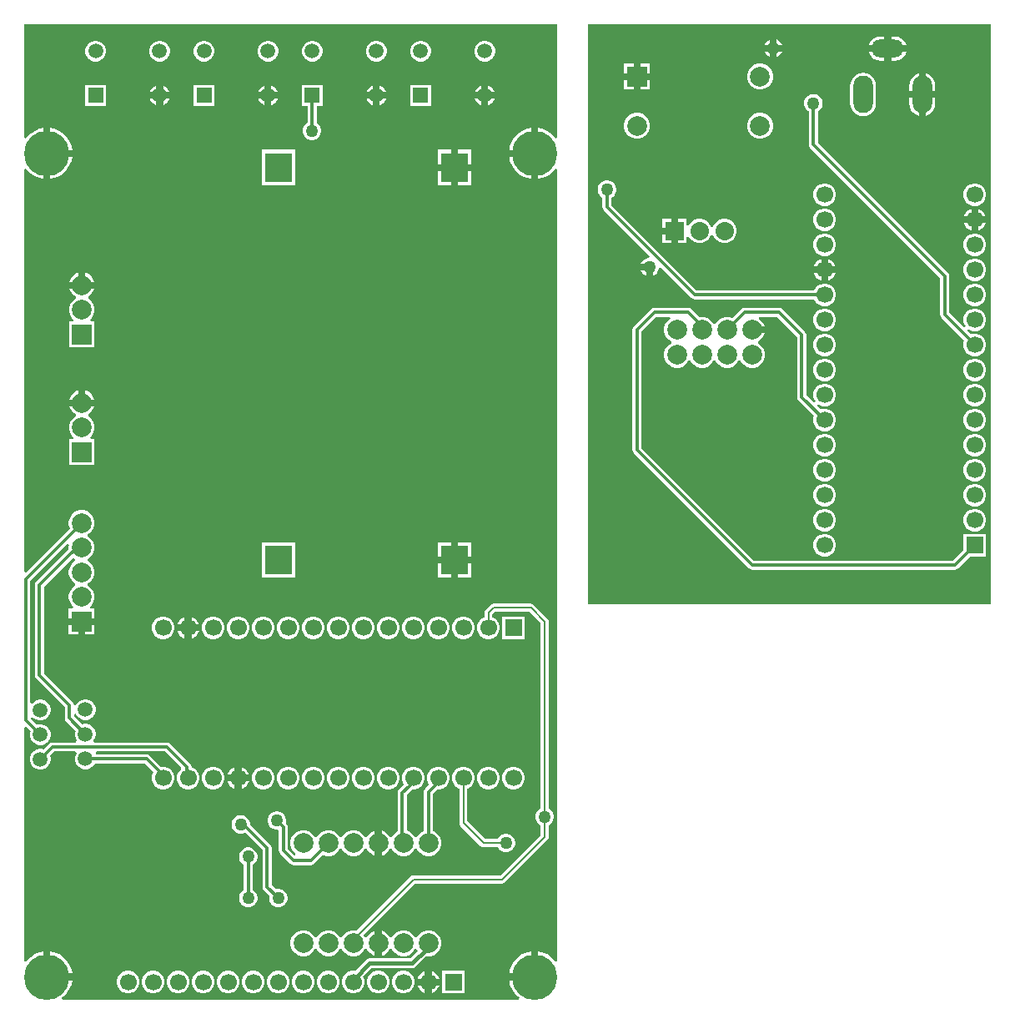
<source format=gbl>
G04*
G04 #@! TF.GenerationSoftware,Altium Limited,Altium Designer,24.9.1 (31)*
G04*
G04 Layer_Physical_Order=2*
G04 Layer_Color=16711680*
%FSLAX44Y44*%
%MOMM*%
G71*
G04*
G04 #@! TF.SameCoordinates,08A160DE-048D-4C44-B89D-0D19DBCE6055*
G04*
G04*
G04 #@! TF.FilePolarity,Positive*
G04*
G01*
G75*
%ADD11C,0.2000*%
%ADD44C,0.3000*%
%ADD46C,0.3810*%
%ADD48R,2.0000X2.0000*%
%ADD49C,2.0000*%
%ADD50O,3.3000X1.8000*%
%ADD51O,2.0000X3.8000*%
%ADD52C,1.7000*%
%ADD53R,1.7000X1.7000*%
%ADD54C,1.8669*%
%ADD55R,1.8669X1.8669*%
%ADD56R,1.7000X1.7000*%
%ADD57R,2.0000X2.0000*%
%ADD58C,1.5000*%
%ADD59C,4.6000*%
%ADD60R,2.8000X3.0000*%
%ADD61R,1.4980X1.4980*%
%ADD62C,1.4980*%
%ADD63C,1.2700*%
G36*
X594596Y2887378D02*
X592682Y2886798D01*
X591889Y2887984D01*
X588268Y2891606D01*
X584010Y2894451D01*
X579278Y2896411D01*
X575194Y2897223D01*
Y2871410D01*
Y2845597D01*
X579278Y2846409D01*
X584010Y2848369D01*
X588268Y2851215D01*
X591889Y2854836D01*
X592682Y2856022D01*
X594596Y2855442D01*
Y2051858D01*
X592682Y2051278D01*
X591889Y2052464D01*
X588268Y2056086D01*
X584010Y2058931D01*
X579278Y2060891D01*
X575194Y2061703D01*
Y2035890D01*
X571694D01*
Y2032390D01*
X545881D01*
X546693Y2028306D01*
X548653Y2023574D01*
X551498Y2019316D01*
X555120Y2015694D01*
X556336Y2014882D01*
X555756Y2012968D01*
X92452D01*
X91872Y2014882D01*
X93088Y2015694D01*
X96709Y2019316D01*
X99555Y2023574D01*
X101515Y2028306D01*
X102327Y2032390D01*
X76514D01*
Y2035890D01*
X73014D01*
Y2061703D01*
X68930Y2060891D01*
X64198Y2058931D01*
X59940Y2056086D01*
X56318Y2052464D01*
X55526Y2051278D01*
X53612Y2051858D01*
Y2288970D01*
X55460Y2289736D01*
X59950Y2285246D01*
X59394Y2283172D01*
Y2280408D01*
X60110Y2277737D01*
X61492Y2275343D01*
X63447Y2273388D01*
X65841Y2272006D01*
X68512Y2271290D01*
X71276D01*
X73947Y2272006D01*
X76341Y2273388D01*
X78296Y2275343D01*
X79678Y2277737D01*
X80394Y2280408D01*
Y2283172D01*
X79678Y2285843D01*
X78296Y2288237D01*
X76341Y2290192D01*
X73947Y2291574D01*
X71276Y2292290D01*
X68512D01*
X66438Y2291734D01*
X60395Y2297778D01*
X60519Y2298488D01*
X62668Y2299167D01*
X63447Y2298388D01*
X65841Y2297006D01*
X68512Y2296290D01*
X71276D01*
X73947Y2297006D01*
X76341Y2298388D01*
X78296Y2300343D01*
X79678Y2302737D01*
X80394Y2305408D01*
Y2308172D01*
X79678Y2310843D01*
X78296Y2313237D01*
X76341Y2315192D01*
X73947Y2316574D01*
X71276Y2317290D01*
X68512D01*
X65841Y2316574D01*
X63447Y2315192D01*
X61602Y2313347D01*
X61105Y2313386D01*
X59602Y2313964D01*
Y2437729D01*
X97366Y2475494D01*
X99160Y2474458D01*
X98804Y2473132D01*
Y2469779D01*
X65590Y2436564D01*
X64595Y2435076D01*
X64246Y2433320D01*
Y2341880D01*
X64595Y2340124D01*
X65590Y2338636D01*
X94726Y2309500D01*
Y2298490D01*
X95075Y2296734D01*
X96070Y2295246D01*
X105670Y2285646D01*
X105114Y2283572D01*
Y2280808D01*
X105830Y2278137D01*
X107212Y2275743D01*
X106348Y2273778D01*
X82294D01*
X80538Y2273429D01*
X79050Y2272434D01*
X73350Y2266734D01*
X71276Y2267290D01*
X68512D01*
X65841Y2266574D01*
X63447Y2265192D01*
X61492Y2263237D01*
X60110Y2260843D01*
X59394Y2258172D01*
Y2255408D01*
X60110Y2252737D01*
X61492Y2250343D01*
X63447Y2248388D01*
X65841Y2247006D01*
X68512Y2246290D01*
X71276D01*
X73947Y2247006D01*
X76341Y2248388D01*
X78296Y2250343D01*
X79678Y2252737D01*
X80394Y2255408D01*
Y2258172D01*
X79838Y2260246D01*
X84194Y2264602D01*
X105459D01*
X106614Y2262602D01*
X105830Y2261243D01*
X105114Y2258572D01*
Y2255808D01*
X105830Y2253137D01*
X107212Y2250743D01*
X109167Y2248788D01*
X111561Y2247406D01*
X114232Y2246690D01*
X116996D01*
X119667Y2247406D01*
X122061Y2248788D01*
X124016Y2250743D01*
X125089Y2252602D01*
X175753D01*
X184700Y2243655D01*
X183848Y2242179D01*
X183064Y2239254D01*
Y2236226D01*
X183848Y2233301D01*
X185362Y2230679D01*
X187503Y2228538D01*
X190125Y2227024D01*
X193050Y2226240D01*
X196078D01*
X199003Y2227024D01*
X201625Y2228538D01*
X203766Y2230679D01*
X205280Y2233301D01*
X206064Y2236226D01*
Y2239254D01*
X205280Y2242179D01*
X203766Y2244801D01*
X201625Y2246942D01*
X199003Y2248456D01*
X196078Y2249240D01*
X193050D01*
X192295Y2249038D01*
X180898Y2260434D01*
X179410Y2261429D01*
X177654Y2261778D01*
X126448D01*
X125972Y2262602D01*
X127127Y2264602D01*
X196773D01*
X212571Y2248805D01*
X212497Y2246536D01*
X210762Y2244801D01*
X209248Y2242179D01*
X208464Y2239254D01*
Y2236226D01*
X209248Y2233301D01*
X210762Y2230679D01*
X212903Y2228538D01*
X215525Y2227024D01*
X218450Y2226240D01*
X221478D01*
X224403Y2227024D01*
X227025Y2228538D01*
X229166Y2230679D01*
X230680Y2233301D01*
X231464Y2236226D01*
Y2239254D01*
X230680Y2242179D01*
X229166Y2244801D01*
X227025Y2246942D01*
X224403Y2248456D01*
X223470Y2248706D01*
Y2248983D01*
X223120Y2250738D01*
X222126Y2252227D01*
X201918Y2272434D01*
X200430Y2273429D01*
X198674Y2273778D01*
X124880D01*
X124016Y2275743D01*
X125398Y2278137D01*
X126114Y2280808D01*
Y2283572D01*
X125398Y2286243D01*
X124016Y2288637D01*
X122061Y2290592D01*
X119667Y2291974D01*
X116996Y2292690D01*
X114232D01*
X112158Y2292134D01*
X104005Y2300288D01*
X104178Y2302276D01*
X105714Y2303069D01*
X105902Y2303011D01*
X107212Y2300743D01*
X109167Y2298788D01*
X111561Y2297406D01*
X114232Y2296690D01*
X116996D01*
X119667Y2297406D01*
X122061Y2298788D01*
X124016Y2300743D01*
X125398Y2303137D01*
X126114Y2305808D01*
Y2308572D01*
X125398Y2311243D01*
X124016Y2313637D01*
X122061Y2315592D01*
X119667Y2316974D01*
X116996Y2317690D01*
X114232D01*
X111561Y2316974D01*
X109167Y2315592D01*
X107212Y2313637D01*
X105902Y2311369D01*
X105772Y2311329D01*
X103779Y2312021D01*
X103553Y2313156D01*
X102558Y2314644D01*
X73422Y2343781D01*
Y2431420D01*
X103421Y2461418D01*
X103822Y2461017D01*
X105455Y2460075D01*
Y2457765D01*
X103822Y2456823D01*
X101401Y2454402D01*
X99690Y2451438D01*
X98804Y2448132D01*
Y2444709D01*
X99690Y2441402D01*
X101401Y2438438D01*
X103822Y2436017D01*
X105455Y2435075D01*
Y2432765D01*
X103822Y2431823D01*
X101401Y2429402D01*
X99690Y2426438D01*
X98804Y2423132D01*
Y2419709D01*
X99690Y2416402D01*
X101401Y2413438D01*
X103419Y2411420D01*
X102850Y2409420D01*
X98804D01*
Y2399920D01*
X111804D01*
X124804D01*
Y2409420D01*
X120758D01*
X120189Y2411420D01*
X122207Y2413438D01*
X123918Y2416402D01*
X124804Y2419709D01*
Y2423132D01*
X123918Y2426438D01*
X122207Y2429402D01*
X119786Y2431823D01*
X118153Y2432765D01*
Y2435075D01*
X119786Y2436017D01*
X122207Y2438438D01*
X123918Y2441402D01*
X124804Y2444709D01*
Y2448132D01*
X123918Y2451438D01*
X122207Y2454402D01*
X119786Y2456823D01*
X118153Y2457765D01*
Y2460075D01*
X119786Y2461017D01*
X122207Y2463438D01*
X123918Y2466402D01*
X124804Y2469709D01*
Y2473132D01*
X123918Y2476438D01*
X122207Y2479402D01*
X119786Y2481823D01*
X118153Y2482765D01*
Y2485075D01*
X119786Y2486017D01*
X122207Y2488438D01*
X123918Y2491402D01*
X124804Y2494709D01*
Y2498132D01*
X123918Y2501438D01*
X122207Y2504402D01*
X119786Y2506823D01*
X116822Y2508534D01*
X113516Y2509420D01*
X110092D01*
X106786Y2508534D01*
X103822Y2506823D01*
X101401Y2504402D01*
X99690Y2501438D01*
X98804Y2498132D01*
Y2494709D01*
X99690Y2491402D01*
X99912Y2491017D01*
X55460Y2446564D01*
X53612Y2447330D01*
Y2855442D01*
X55526Y2856022D01*
X56318Y2854836D01*
X59940Y2851215D01*
X64198Y2848369D01*
X68930Y2846409D01*
X73014Y2845597D01*
Y2871410D01*
Y2897223D01*
X68930Y2896411D01*
X64198Y2894451D01*
X59940Y2891606D01*
X56318Y2887984D01*
X55526Y2886798D01*
X53612Y2887378D01*
Y3002772D01*
X594596D01*
Y2887378D01*
D02*
G37*
G36*
X1035032Y2413748D02*
X625588D01*
Y3002262D01*
X1035032D01*
Y2413748D01*
D02*
G37*
%LPC*%
G36*
X522395Y2985660D02*
X519633D01*
X516965Y2984945D01*
X514573Y2983564D01*
X512620Y2981611D01*
X511239Y2979219D01*
X510524Y2976551D01*
Y2973789D01*
X511239Y2971121D01*
X512620Y2968729D01*
X514573Y2966776D01*
X516965Y2965395D01*
X519633Y2964680D01*
X522395D01*
X525063Y2965395D01*
X527455Y2966776D01*
X529408Y2968729D01*
X530789Y2971121D01*
X531504Y2973789D01*
Y2976551D01*
X530789Y2979219D01*
X529408Y2981611D01*
X527455Y2983564D01*
X525063Y2984945D01*
X522395Y2985660D01*
D02*
G37*
G36*
X457395D02*
X454633D01*
X451965Y2984945D01*
X449573Y2983564D01*
X447620Y2981611D01*
X446239Y2979219D01*
X445524Y2976551D01*
Y2973789D01*
X446239Y2971121D01*
X447620Y2968729D01*
X449573Y2966776D01*
X451965Y2965395D01*
X454633Y2964680D01*
X457395D01*
X460063Y2965395D01*
X462455Y2966776D01*
X464408Y2968729D01*
X465789Y2971121D01*
X466504Y2973789D01*
Y2976551D01*
X465789Y2979219D01*
X464408Y2981611D01*
X462455Y2983564D01*
X460063Y2984945D01*
X457395Y2985660D01*
D02*
G37*
G36*
X412395D02*
X409633D01*
X406965Y2984945D01*
X404573Y2983564D01*
X402620Y2981611D01*
X401239Y2979219D01*
X400524Y2976551D01*
Y2973789D01*
X401239Y2971121D01*
X402620Y2968729D01*
X404573Y2966776D01*
X406965Y2965395D01*
X409633Y2964680D01*
X412395D01*
X415063Y2965395D01*
X417455Y2966776D01*
X419408Y2968729D01*
X420789Y2971121D01*
X421504Y2973789D01*
Y2976551D01*
X420789Y2979219D01*
X419408Y2981611D01*
X417455Y2983564D01*
X415063Y2984945D01*
X412395Y2985660D01*
D02*
G37*
G36*
X347395D02*
X344633D01*
X341965Y2984945D01*
X339573Y2983564D01*
X337620Y2981611D01*
X336239Y2979219D01*
X335524Y2976551D01*
Y2973789D01*
X336239Y2971121D01*
X337620Y2968729D01*
X339573Y2966776D01*
X341965Y2965395D01*
X344633Y2964680D01*
X347395D01*
X350063Y2965395D01*
X352455Y2966776D01*
X354408Y2968729D01*
X355789Y2971121D01*
X356504Y2973789D01*
Y2976551D01*
X355789Y2979219D01*
X354408Y2981611D01*
X352455Y2983564D01*
X350063Y2984945D01*
X347395Y2985660D01*
D02*
G37*
G36*
X302395D02*
X299633D01*
X296965Y2984945D01*
X294573Y2983564D01*
X292620Y2981611D01*
X291239Y2979219D01*
X290524Y2976551D01*
Y2973789D01*
X291239Y2971121D01*
X292620Y2968729D01*
X294573Y2966776D01*
X296965Y2965395D01*
X299633Y2964680D01*
X302395D01*
X305063Y2965395D01*
X307455Y2966776D01*
X309408Y2968729D01*
X310789Y2971121D01*
X311504Y2973789D01*
Y2976551D01*
X310789Y2979219D01*
X309408Y2981611D01*
X307455Y2983564D01*
X305063Y2984945D01*
X302395Y2985660D01*
D02*
G37*
G36*
X237395D02*
X234633D01*
X231965Y2984945D01*
X229573Y2983564D01*
X227620Y2981611D01*
X226239Y2979219D01*
X225524Y2976551D01*
Y2973789D01*
X226239Y2971121D01*
X227620Y2968729D01*
X229573Y2966776D01*
X231965Y2965395D01*
X234633Y2964680D01*
X237395D01*
X240063Y2965395D01*
X242455Y2966776D01*
X244408Y2968729D01*
X245789Y2971121D01*
X246504Y2973789D01*
Y2976551D01*
X245789Y2979219D01*
X244408Y2981611D01*
X242455Y2983564D01*
X240063Y2984945D01*
X237395Y2985660D01*
D02*
G37*
G36*
X192395D02*
X189633D01*
X186965Y2984945D01*
X184573Y2983564D01*
X182620Y2981611D01*
X181239Y2979219D01*
X180524Y2976551D01*
Y2973789D01*
X181239Y2971121D01*
X182620Y2968729D01*
X184573Y2966776D01*
X186965Y2965395D01*
X189633Y2964680D01*
X192395D01*
X195063Y2965395D01*
X197455Y2966776D01*
X199408Y2968729D01*
X200789Y2971121D01*
X201504Y2973789D01*
Y2976551D01*
X200789Y2979219D01*
X199408Y2981611D01*
X197455Y2983564D01*
X195063Y2984945D01*
X192395Y2985660D01*
D02*
G37*
G36*
X127395D02*
X124633D01*
X121965Y2984945D01*
X119573Y2983564D01*
X117620Y2981611D01*
X116239Y2979219D01*
X115524Y2976551D01*
Y2973789D01*
X116239Y2971121D01*
X117620Y2968729D01*
X119573Y2966776D01*
X121965Y2965395D01*
X124633Y2964680D01*
X127395D01*
X130063Y2965395D01*
X132455Y2966776D01*
X134408Y2968729D01*
X135789Y2971121D01*
X136504Y2973789D01*
Y2976551D01*
X135789Y2979219D01*
X134408Y2981611D01*
X132455Y2983564D01*
X130063Y2984945D01*
X127395Y2985660D01*
D02*
G37*
G36*
X524514Y2940092D02*
Y2933670D01*
X530936D01*
X530789Y2934219D01*
X529408Y2936611D01*
X527455Y2938564D01*
X525063Y2939945D01*
X524514Y2940092D01*
D02*
G37*
G36*
X517514D02*
X516965Y2939945D01*
X514573Y2938564D01*
X512620Y2936611D01*
X511239Y2934219D01*
X511092Y2933670D01*
X517514D01*
Y2940092D01*
D02*
G37*
G36*
X414514D02*
Y2933670D01*
X420936D01*
X420789Y2934219D01*
X419408Y2936611D01*
X417455Y2938564D01*
X415063Y2939945D01*
X414514Y2940092D01*
D02*
G37*
G36*
X407514D02*
X406965Y2939945D01*
X404573Y2938564D01*
X402620Y2936611D01*
X401239Y2934219D01*
X401092Y2933670D01*
X407514D01*
Y2940092D01*
D02*
G37*
G36*
X304514D02*
Y2933670D01*
X310936D01*
X310789Y2934219D01*
X309408Y2936611D01*
X307455Y2938564D01*
X305063Y2939945D01*
X304514Y2940092D01*
D02*
G37*
G36*
X297514D02*
X296965Y2939945D01*
X294573Y2938564D01*
X292620Y2936611D01*
X291239Y2934219D01*
X291092Y2933670D01*
X297514D01*
Y2940092D01*
D02*
G37*
G36*
X194514D02*
Y2933670D01*
X200936D01*
X200789Y2934219D01*
X199408Y2936611D01*
X197455Y2938564D01*
X195063Y2939945D01*
X194514Y2940092D01*
D02*
G37*
G36*
X187514D02*
X186965Y2939945D01*
X184573Y2938564D01*
X182620Y2936611D01*
X181239Y2934219D01*
X181092Y2933670D01*
X187514D01*
Y2940092D01*
D02*
G37*
G36*
X530936Y2926670D02*
X524514D01*
Y2920248D01*
X525063Y2920395D01*
X527455Y2921776D01*
X529408Y2923729D01*
X530789Y2926121D01*
X530936Y2926670D01*
D02*
G37*
G36*
X517514D02*
X511092D01*
X511239Y2926121D01*
X512620Y2923729D01*
X514573Y2921776D01*
X516965Y2920395D01*
X517514Y2920248D01*
Y2926670D01*
D02*
G37*
G36*
X420936D02*
X414514D01*
Y2920248D01*
X415063Y2920395D01*
X417455Y2921776D01*
X419408Y2923729D01*
X420789Y2926121D01*
X420936Y2926670D01*
D02*
G37*
G36*
X407514D02*
X401092D01*
X401239Y2926121D01*
X402620Y2923729D01*
X404573Y2921776D01*
X406965Y2920395D01*
X407514Y2920248D01*
Y2926670D01*
D02*
G37*
G36*
X310936D02*
X304514D01*
Y2920248D01*
X305063Y2920395D01*
X307455Y2921776D01*
X309408Y2923729D01*
X310789Y2926121D01*
X310936Y2926670D01*
D02*
G37*
G36*
X297514D02*
X291092D01*
X291239Y2926121D01*
X292620Y2923729D01*
X294573Y2921776D01*
X296965Y2920395D01*
X297514Y2920248D01*
Y2926670D01*
D02*
G37*
G36*
X200936D02*
X194514D01*
Y2920248D01*
X195063Y2920395D01*
X197455Y2921776D01*
X199408Y2923729D01*
X200789Y2926121D01*
X200936Y2926670D01*
D02*
G37*
G36*
X187514D02*
X181092D01*
X181239Y2926121D01*
X182620Y2923729D01*
X184573Y2921776D01*
X186965Y2920395D01*
X187514Y2920248D01*
Y2926670D01*
D02*
G37*
G36*
X466504Y2940660D02*
X445524D01*
Y2919680D01*
X466504D01*
Y2940660D01*
D02*
G37*
G36*
X246504D02*
X225524D01*
Y2919680D01*
X246504D01*
Y2940660D01*
D02*
G37*
G36*
X136504D02*
X115524D01*
Y2919680D01*
X136504D01*
Y2940660D01*
D02*
G37*
G36*
X356504D02*
X335524D01*
Y2919680D01*
X341106D01*
Y2902477D01*
X339953Y2901812D01*
X338212Y2900071D01*
X336981Y2897939D01*
X336344Y2895561D01*
Y2893099D01*
X336981Y2890721D01*
X338212Y2888589D01*
X339953Y2886848D01*
X342085Y2885617D01*
X344463Y2884980D01*
X346925D01*
X349303Y2885617D01*
X351435Y2886848D01*
X353176Y2888589D01*
X354407Y2890721D01*
X355044Y2893099D01*
Y2895561D01*
X354407Y2897939D01*
X353176Y2900071D01*
X351435Y2901812D01*
X350282Y2902477D01*
Y2919680D01*
X356504D01*
Y2940660D01*
D02*
G37*
G36*
X568194Y2897223D02*
X564110Y2896411D01*
X559378Y2894451D01*
X555120Y2891606D01*
X551498Y2887984D01*
X548653Y2883726D01*
X546693Y2878994D01*
X545881Y2874910D01*
X568194D01*
Y2897223D01*
D02*
G37*
G36*
X80014D02*
Y2874910D01*
X102327D01*
X101515Y2878994D01*
X99555Y2883726D01*
X96709Y2887984D01*
X93088Y2891606D01*
X88830Y2894451D01*
X84098Y2896411D01*
X80014Y2897223D01*
D02*
G37*
G36*
X507474Y2875110D02*
X493974D01*
Y2860610D01*
X507474D01*
Y2875110D01*
D02*
G37*
G36*
X486974D02*
X473474D01*
Y2860610D01*
X486974D01*
Y2875110D01*
D02*
G37*
G36*
X568194Y2867910D02*
X545881D01*
X546693Y2863826D01*
X548653Y2859095D01*
X551498Y2854836D01*
X555120Y2851215D01*
X559378Y2848369D01*
X564110Y2846409D01*
X568194Y2845597D01*
Y2867910D01*
D02*
G37*
G36*
X102327D02*
X80014D01*
Y2845597D01*
X84098Y2846409D01*
X88830Y2848369D01*
X93088Y2851215D01*
X96709Y2854836D01*
X99555Y2859095D01*
X101515Y2863826D01*
X102327Y2867910D01*
D02*
G37*
G36*
X507474Y2853610D02*
X493974D01*
Y2839110D01*
X507474D01*
Y2853610D01*
D02*
G37*
G36*
X486974D02*
X473474D01*
Y2839110D01*
X486974D01*
Y2853610D01*
D02*
G37*
G36*
X328404Y2875110D02*
X294404D01*
Y2839110D01*
X328404D01*
Y2875110D01*
D02*
G37*
G36*
X115514Y2750241D02*
Y2741220D01*
X124535D01*
X124128Y2742738D01*
X122417Y2745702D01*
X119996Y2748123D01*
X117032Y2749834D01*
X115514Y2750241D01*
D02*
G37*
G36*
X108514Y2750241D02*
X106996Y2749834D01*
X104032Y2748123D01*
X101611Y2745702D01*
X99900Y2742738D01*
X99493Y2741220D01*
X108514D01*
Y2750241D01*
D02*
G37*
G36*
X124535Y2734220D02*
X112014D01*
X99493D01*
X99900Y2732702D01*
X101611Y2729738D01*
X104032Y2727318D01*
X105665Y2726375D01*
Y2724065D01*
X104032Y2723123D01*
X101611Y2720702D01*
X99900Y2717738D01*
X99014Y2714431D01*
Y2711009D01*
X99900Y2707702D01*
X101611Y2704738D01*
X103629Y2702720D01*
X103060Y2700720D01*
X99014D01*
Y2674720D01*
X125014D01*
Y2700720D01*
X120968D01*
X120399Y2702720D01*
X122417Y2704738D01*
X124128Y2707702D01*
X125014Y2711009D01*
Y2714431D01*
X124128Y2717738D01*
X122417Y2720702D01*
X119996Y2723123D01*
X118363Y2724065D01*
Y2726375D01*
X119996Y2727318D01*
X122417Y2729738D01*
X124128Y2732702D01*
X124535Y2734220D01*
D02*
G37*
G36*
X115514Y2630861D02*
Y2621840D01*
X124535D01*
X124128Y2623358D01*
X122417Y2626322D01*
X119996Y2628742D01*
X117032Y2630454D01*
X115514Y2630861D01*
D02*
G37*
G36*
X108514Y2630861D02*
X106996Y2630454D01*
X104032Y2628742D01*
X101611Y2626322D01*
X99900Y2623358D01*
X99493Y2621840D01*
X108514D01*
Y2630861D01*
D02*
G37*
G36*
X124535Y2614840D02*
X112014D01*
X99493D01*
X99900Y2613322D01*
X101611Y2610358D01*
X104032Y2607937D01*
X105665Y2606995D01*
Y2604685D01*
X104032Y2603742D01*
X101611Y2601322D01*
X99900Y2598358D01*
X99014Y2595052D01*
Y2591628D01*
X99900Y2588322D01*
X101611Y2585358D01*
X103629Y2583340D01*
X103060Y2581340D01*
X99014D01*
Y2555340D01*
X125014D01*
Y2581340D01*
X120968D01*
X120399Y2583340D01*
X122417Y2585358D01*
X124128Y2588322D01*
X125014Y2591628D01*
Y2595052D01*
X124128Y2598358D01*
X122417Y2601322D01*
X119996Y2603742D01*
X118363Y2604685D01*
Y2606995D01*
X119996Y2607937D01*
X122417Y2610358D01*
X124128Y2613322D01*
X124535Y2614840D01*
D02*
G37*
G36*
X507474Y2476720D02*
X493974D01*
Y2462220D01*
X507474D01*
Y2476720D01*
D02*
G37*
G36*
X486974D02*
X473474D01*
Y2462220D01*
X486974D01*
Y2476720D01*
D02*
G37*
G36*
X507474Y2455220D02*
X493974D01*
Y2440720D01*
X507474D01*
Y2455220D01*
D02*
G37*
G36*
X486974D02*
X473474D01*
Y2440720D01*
X486974D01*
Y2455220D01*
D02*
G37*
G36*
X328404Y2476720D02*
X294404D01*
Y2440720D01*
X328404D01*
Y2476720D01*
D02*
G37*
G36*
X567944Y2414538D02*
X567944Y2414538D01*
X529844D01*
X529844Y2414538D01*
X528283Y2414228D01*
X526960Y2413344D01*
X526960Y2413344D01*
X521880Y2408264D01*
X520996Y2406941D01*
X520686Y2405380D01*
X520686Y2405380D01*
Y2400953D01*
X520325Y2400856D01*
X517703Y2399342D01*
X515562Y2397201D01*
X514048Y2394579D01*
X513264Y2391654D01*
Y2388626D01*
X514048Y2385701D01*
X515562Y2383079D01*
X517703Y2380938D01*
X520325Y2379424D01*
X523250Y2378640D01*
X526278D01*
X529203Y2379424D01*
X531825Y2380938D01*
X533966Y2383079D01*
X535480Y2385701D01*
X536264Y2388626D01*
Y2391654D01*
X535480Y2394579D01*
X533966Y2397201D01*
X531825Y2399342D01*
X529203Y2400856D01*
X528842Y2400953D01*
Y2403691D01*
X531533Y2406382D01*
X566255D01*
X577836Y2394801D01*
Y2206812D01*
X576173Y2205852D01*
X574432Y2204111D01*
X573201Y2201979D01*
X572564Y2199601D01*
Y2197139D01*
X573201Y2194761D01*
X574432Y2192629D01*
X576173Y2190888D01*
X577836Y2189928D01*
Y2179739D01*
X537045Y2138948D01*
X448564D01*
X448564Y2138948D01*
X447003Y2138638D01*
X445680Y2137754D01*
X445680Y2137754D01*
X390665Y2082738D01*
X389315Y2083100D01*
X385892D01*
X382586Y2082214D01*
X379622Y2080502D01*
X377201Y2078082D01*
X376053Y2076094D01*
X373755D01*
X372607Y2078082D01*
X370186Y2080502D01*
X367222Y2082214D01*
X363915Y2083100D01*
X360493D01*
X357186Y2082214D01*
X354222Y2080502D01*
X351801Y2078082D01*
X350653Y2076094D01*
X348355D01*
X347207Y2078082D01*
X344786Y2080502D01*
X341822Y2082214D01*
X338516Y2083100D01*
X335093D01*
X331786Y2082214D01*
X328822Y2080502D01*
X326401Y2078082D01*
X324690Y2075118D01*
X323804Y2071812D01*
Y2068389D01*
X324690Y2065082D01*
X326401Y2062118D01*
X328822Y2059697D01*
X331786Y2057986D01*
X335093Y2057100D01*
X338516D01*
X341822Y2057986D01*
X344786Y2059697D01*
X347207Y2062118D01*
X348355Y2064106D01*
X350653D01*
X351801Y2062118D01*
X354222Y2059697D01*
X357186Y2057986D01*
X360493Y2057100D01*
X363915D01*
X367222Y2057986D01*
X370186Y2059697D01*
X372607Y2062118D01*
X373755Y2064106D01*
X376053D01*
X377201Y2062118D01*
X379622Y2059697D01*
X382586Y2057986D01*
X385892Y2057100D01*
X389315D01*
X392622Y2057986D01*
X395586Y2059697D01*
X398007Y2062118D01*
X399155Y2064106D01*
X401453D01*
X402601Y2062118D01*
X405022Y2059697D01*
X407986Y2057986D01*
X409504Y2057579D01*
Y2070100D01*
Y2082621D01*
X407986Y2082214D01*
X405022Y2080502D01*
X402601Y2078082D01*
X401453Y2076094D01*
X399155D01*
X398007Y2078082D01*
X397775Y2078313D01*
X450253Y2130792D01*
X538734D01*
X538734Y2130792D01*
X540295Y2131102D01*
X541618Y2131986D01*
X584798Y2175166D01*
X585682Y2176489D01*
X585992Y2178050D01*
X585992Y2178050D01*
Y2189928D01*
X587655Y2190888D01*
X589396Y2192629D01*
X590627Y2194761D01*
X591264Y2197139D01*
Y2199601D01*
X590627Y2201979D01*
X589396Y2204111D01*
X587655Y2205852D01*
X585992Y2206812D01*
Y2396490D01*
X585682Y2398051D01*
X584798Y2399374D01*
X584798Y2399374D01*
X570828Y2413344D01*
X569505Y2414228D01*
X569246Y2414279D01*
X567944Y2414538D01*
D02*
G37*
G36*
X223464Y2401108D02*
Y2393640D01*
X230932D01*
X230680Y2394579D01*
X229166Y2397201D01*
X227025Y2399342D01*
X224403Y2400856D01*
X223464Y2401108D01*
D02*
G37*
G36*
X216464D02*
X215525Y2400856D01*
X212903Y2399342D01*
X210762Y2397201D01*
X209248Y2394579D01*
X208996Y2393640D01*
X216464D01*
Y2401108D01*
D02*
G37*
G36*
X124804Y2392920D02*
X115304D01*
Y2383420D01*
X124804D01*
Y2392920D01*
D02*
G37*
G36*
X108304D02*
X98804D01*
Y2383420D01*
X108304D01*
Y2392920D01*
D02*
G37*
G36*
X230932Y2386640D02*
X223464D01*
Y2379172D01*
X224403Y2379424D01*
X227025Y2380938D01*
X229166Y2383079D01*
X230680Y2385701D01*
X230932Y2386640D01*
D02*
G37*
G36*
X216464D02*
X208996D01*
X209248Y2385701D01*
X210762Y2383079D01*
X212903Y2380938D01*
X215525Y2379424D01*
X216464Y2379172D01*
Y2386640D01*
D02*
G37*
G36*
X561664Y2401640D02*
X538664D01*
Y2378640D01*
X561664D01*
Y2401640D01*
D02*
G37*
G36*
X500878D02*
X497850D01*
X494925Y2400856D01*
X492303Y2399342D01*
X490162Y2397201D01*
X488648Y2394579D01*
X487864Y2391654D01*
Y2388626D01*
X488648Y2385701D01*
X490162Y2383079D01*
X492303Y2380938D01*
X494925Y2379424D01*
X497850Y2378640D01*
X500878D01*
X503803Y2379424D01*
X506425Y2380938D01*
X508566Y2383079D01*
X510080Y2385701D01*
X510864Y2388626D01*
Y2391654D01*
X510080Y2394579D01*
X508566Y2397201D01*
X506425Y2399342D01*
X503803Y2400856D01*
X500878Y2401640D01*
D02*
G37*
G36*
X475478D02*
X472450D01*
X469525Y2400856D01*
X466903Y2399342D01*
X464762Y2397201D01*
X463248Y2394579D01*
X462464Y2391654D01*
Y2388626D01*
X463248Y2385701D01*
X464762Y2383079D01*
X466903Y2380938D01*
X469525Y2379424D01*
X472450Y2378640D01*
X475478D01*
X478403Y2379424D01*
X481025Y2380938D01*
X483166Y2383079D01*
X484680Y2385701D01*
X485464Y2388626D01*
Y2391654D01*
X484680Y2394579D01*
X483166Y2397201D01*
X481025Y2399342D01*
X478403Y2400856D01*
X475478Y2401640D01*
D02*
G37*
G36*
X450078D02*
X447050D01*
X444125Y2400856D01*
X441503Y2399342D01*
X439362Y2397201D01*
X437848Y2394579D01*
X437064Y2391654D01*
Y2388626D01*
X437848Y2385701D01*
X439362Y2383079D01*
X441503Y2380938D01*
X444125Y2379424D01*
X447050Y2378640D01*
X450078D01*
X453003Y2379424D01*
X455625Y2380938D01*
X457766Y2383079D01*
X459280Y2385701D01*
X460064Y2388626D01*
Y2391654D01*
X459280Y2394579D01*
X457766Y2397201D01*
X455625Y2399342D01*
X453003Y2400856D01*
X450078Y2401640D01*
D02*
G37*
G36*
X424678D02*
X421650D01*
X418725Y2400856D01*
X416103Y2399342D01*
X413962Y2397201D01*
X412448Y2394579D01*
X411664Y2391654D01*
Y2388626D01*
X412448Y2385701D01*
X413962Y2383079D01*
X416103Y2380938D01*
X418725Y2379424D01*
X421650Y2378640D01*
X424678D01*
X427603Y2379424D01*
X430225Y2380938D01*
X432366Y2383079D01*
X433880Y2385701D01*
X434664Y2388626D01*
Y2391654D01*
X433880Y2394579D01*
X432366Y2397201D01*
X430225Y2399342D01*
X427603Y2400856D01*
X424678Y2401640D01*
D02*
G37*
G36*
X399278D02*
X396250D01*
X393325Y2400856D01*
X390703Y2399342D01*
X388562Y2397201D01*
X387048Y2394579D01*
X386264Y2391654D01*
Y2388626D01*
X387048Y2385701D01*
X388562Y2383079D01*
X390703Y2380938D01*
X393325Y2379424D01*
X396250Y2378640D01*
X399278D01*
X402203Y2379424D01*
X404825Y2380938D01*
X406966Y2383079D01*
X408480Y2385701D01*
X409264Y2388626D01*
Y2391654D01*
X408480Y2394579D01*
X406966Y2397201D01*
X404825Y2399342D01*
X402203Y2400856D01*
X399278Y2401640D01*
D02*
G37*
G36*
X373878D02*
X370850D01*
X367925Y2400856D01*
X365303Y2399342D01*
X363162Y2397201D01*
X361648Y2394579D01*
X360864Y2391654D01*
Y2388626D01*
X361648Y2385701D01*
X363162Y2383079D01*
X365303Y2380938D01*
X367925Y2379424D01*
X370850Y2378640D01*
X373878D01*
X376803Y2379424D01*
X379425Y2380938D01*
X381566Y2383079D01*
X383080Y2385701D01*
X383864Y2388626D01*
Y2391654D01*
X383080Y2394579D01*
X381566Y2397201D01*
X379425Y2399342D01*
X376803Y2400856D01*
X373878Y2401640D01*
D02*
G37*
G36*
X348478D02*
X345450D01*
X342525Y2400856D01*
X339903Y2399342D01*
X337762Y2397201D01*
X336248Y2394579D01*
X335464Y2391654D01*
Y2388626D01*
X336248Y2385701D01*
X337762Y2383079D01*
X339903Y2380938D01*
X342525Y2379424D01*
X345450Y2378640D01*
X348478D01*
X351403Y2379424D01*
X354025Y2380938D01*
X356166Y2383079D01*
X357680Y2385701D01*
X358464Y2388626D01*
Y2391654D01*
X357680Y2394579D01*
X356166Y2397201D01*
X354025Y2399342D01*
X351403Y2400856D01*
X348478Y2401640D01*
D02*
G37*
G36*
X323078D02*
X320050D01*
X317125Y2400856D01*
X314503Y2399342D01*
X312362Y2397201D01*
X310848Y2394579D01*
X310064Y2391654D01*
Y2388626D01*
X310848Y2385701D01*
X312362Y2383079D01*
X314503Y2380938D01*
X317125Y2379424D01*
X320050Y2378640D01*
X323078D01*
X326003Y2379424D01*
X328625Y2380938D01*
X330766Y2383079D01*
X332280Y2385701D01*
X333064Y2388626D01*
Y2391654D01*
X332280Y2394579D01*
X330766Y2397201D01*
X328625Y2399342D01*
X326003Y2400856D01*
X323078Y2401640D01*
D02*
G37*
G36*
X297678D02*
X294650D01*
X291725Y2400856D01*
X289103Y2399342D01*
X286962Y2397201D01*
X285448Y2394579D01*
X284664Y2391654D01*
Y2388626D01*
X285448Y2385701D01*
X286962Y2383079D01*
X289103Y2380938D01*
X291725Y2379424D01*
X294650Y2378640D01*
X297678D01*
X300603Y2379424D01*
X303225Y2380938D01*
X305366Y2383079D01*
X306880Y2385701D01*
X307664Y2388626D01*
Y2391654D01*
X306880Y2394579D01*
X305366Y2397201D01*
X303225Y2399342D01*
X300603Y2400856D01*
X297678Y2401640D01*
D02*
G37*
G36*
X272278D02*
X269250D01*
X266325Y2400856D01*
X263703Y2399342D01*
X261562Y2397201D01*
X260048Y2394579D01*
X259264Y2391654D01*
Y2388626D01*
X260048Y2385701D01*
X261562Y2383079D01*
X263703Y2380938D01*
X266325Y2379424D01*
X269250Y2378640D01*
X272278D01*
X275203Y2379424D01*
X277825Y2380938D01*
X279966Y2383079D01*
X281480Y2385701D01*
X282264Y2388626D01*
Y2391654D01*
X281480Y2394579D01*
X279966Y2397201D01*
X277825Y2399342D01*
X275203Y2400856D01*
X272278Y2401640D01*
D02*
G37*
G36*
X246878D02*
X243850D01*
X240925Y2400856D01*
X238303Y2399342D01*
X236162Y2397201D01*
X234648Y2394579D01*
X233864Y2391654D01*
Y2388626D01*
X234648Y2385701D01*
X236162Y2383079D01*
X238303Y2380938D01*
X240925Y2379424D01*
X243850Y2378640D01*
X246878D01*
X249803Y2379424D01*
X252425Y2380938D01*
X254566Y2383079D01*
X256080Y2385701D01*
X256864Y2388626D01*
Y2391654D01*
X256080Y2394579D01*
X254566Y2397201D01*
X252425Y2399342D01*
X249803Y2400856D01*
X246878Y2401640D01*
D02*
G37*
G36*
X196078D02*
X193050D01*
X190125Y2400856D01*
X187503Y2399342D01*
X185362Y2397201D01*
X183848Y2394579D01*
X183064Y2391654D01*
Y2388626D01*
X183848Y2385701D01*
X185362Y2383079D01*
X187503Y2380938D01*
X190125Y2379424D01*
X193050Y2378640D01*
X196078D01*
X199003Y2379424D01*
X201625Y2380938D01*
X203766Y2383079D01*
X205280Y2385701D01*
X206064Y2388626D01*
Y2391654D01*
X205280Y2394579D01*
X203766Y2397201D01*
X201625Y2399342D01*
X199003Y2400856D01*
X196078Y2401640D01*
D02*
G37*
G36*
X274264Y2248708D02*
Y2241240D01*
X281732D01*
X281480Y2242179D01*
X279966Y2244801D01*
X277825Y2246942D01*
X275203Y2248456D01*
X274264Y2248708D01*
D02*
G37*
G36*
X267264D02*
X266325Y2248456D01*
X263703Y2246942D01*
X261562Y2244801D01*
X260048Y2242179D01*
X259796Y2241240D01*
X267264D01*
Y2248708D01*
D02*
G37*
G36*
X281732Y2234240D02*
X274264D01*
Y2226772D01*
X275203Y2227024D01*
X277825Y2228538D01*
X279966Y2230679D01*
X281480Y2233301D01*
X281732Y2234240D01*
D02*
G37*
G36*
X267264D02*
X259796D01*
X260048Y2233301D01*
X261562Y2230679D01*
X263703Y2228538D01*
X266325Y2227024D01*
X267264Y2226772D01*
Y2234240D01*
D02*
G37*
G36*
X551678Y2249240D02*
X548650D01*
X545725Y2248456D01*
X543103Y2246942D01*
X540962Y2244801D01*
X539448Y2242179D01*
X538664Y2239254D01*
Y2236226D01*
X539448Y2233301D01*
X540962Y2230679D01*
X543103Y2228538D01*
X545725Y2227024D01*
X548650Y2226240D01*
X551678D01*
X554603Y2227024D01*
X557225Y2228538D01*
X559366Y2230679D01*
X560880Y2233301D01*
X561664Y2236226D01*
Y2239254D01*
X560880Y2242179D01*
X559366Y2244801D01*
X557225Y2246942D01*
X554603Y2248456D01*
X551678Y2249240D01*
D02*
G37*
G36*
X526278D02*
X523250D01*
X520325Y2248456D01*
X517703Y2246942D01*
X515562Y2244801D01*
X514048Y2242179D01*
X513264Y2239254D01*
Y2236226D01*
X514048Y2233301D01*
X515562Y2230679D01*
X517703Y2228538D01*
X520325Y2227024D01*
X523250Y2226240D01*
X526278D01*
X529203Y2227024D01*
X531825Y2228538D01*
X533966Y2230679D01*
X535480Y2233301D01*
X536264Y2236226D01*
Y2239254D01*
X535480Y2242179D01*
X533966Y2244801D01*
X531825Y2246942D01*
X529203Y2248456D01*
X526278Y2249240D01*
D02*
G37*
G36*
X424678D02*
X421650D01*
X418725Y2248456D01*
X416103Y2246942D01*
X413962Y2244801D01*
X412448Y2242179D01*
X411664Y2239254D01*
Y2236226D01*
X412448Y2233301D01*
X413962Y2230679D01*
X416103Y2228538D01*
X418725Y2227024D01*
X421650Y2226240D01*
X424678D01*
X427603Y2227024D01*
X430225Y2228538D01*
X432366Y2230679D01*
X433880Y2233301D01*
X434664Y2236226D01*
Y2239254D01*
X433880Y2242179D01*
X432366Y2244801D01*
X430225Y2246942D01*
X427603Y2248456D01*
X424678Y2249240D01*
D02*
G37*
G36*
X399278D02*
X396250D01*
X393325Y2248456D01*
X390703Y2246942D01*
X388562Y2244801D01*
X387048Y2242179D01*
X386264Y2239254D01*
Y2236226D01*
X387048Y2233301D01*
X388562Y2230679D01*
X390703Y2228538D01*
X393325Y2227024D01*
X396250Y2226240D01*
X399278D01*
X402203Y2227024D01*
X404825Y2228538D01*
X406966Y2230679D01*
X408480Y2233301D01*
X409264Y2236226D01*
Y2239254D01*
X408480Y2242179D01*
X406966Y2244801D01*
X404825Y2246942D01*
X402203Y2248456D01*
X399278Y2249240D01*
D02*
G37*
G36*
X373878D02*
X370850D01*
X367925Y2248456D01*
X365303Y2246942D01*
X363162Y2244801D01*
X361648Y2242179D01*
X360864Y2239254D01*
Y2236226D01*
X361648Y2233301D01*
X363162Y2230679D01*
X365303Y2228538D01*
X367925Y2227024D01*
X370850Y2226240D01*
X373878D01*
X376803Y2227024D01*
X379425Y2228538D01*
X381566Y2230679D01*
X383080Y2233301D01*
X383864Y2236226D01*
Y2239254D01*
X383080Y2242179D01*
X381566Y2244801D01*
X379425Y2246942D01*
X376803Y2248456D01*
X373878Y2249240D01*
D02*
G37*
G36*
X348478D02*
X345450D01*
X342525Y2248456D01*
X339903Y2246942D01*
X337762Y2244801D01*
X336248Y2242179D01*
X335464Y2239254D01*
Y2236226D01*
X336248Y2233301D01*
X337762Y2230679D01*
X339903Y2228538D01*
X342525Y2227024D01*
X345450Y2226240D01*
X348478D01*
X351403Y2227024D01*
X354025Y2228538D01*
X356166Y2230679D01*
X357680Y2233301D01*
X358464Y2236226D01*
Y2239254D01*
X357680Y2242179D01*
X356166Y2244801D01*
X354025Y2246942D01*
X351403Y2248456D01*
X348478Y2249240D01*
D02*
G37*
G36*
X323078D02*
X320050D01*
X317125Y2248456D01*
X314503Y2246942D01*
X312362Y2244801D01*
X310848Y2242179D01*
X310064Y2239254D01*
Y2236226D01*
X310848Y2233301D01*
X312362Y2230679D01*
X314503Y2228538D01*
X317125Y2227024D01*
X320050Y2226240D01*
X323078D01*
X326003Y2227024D01*
X328625Y2228538D01*
X330766Y2230679D01*
X332280Y2233301D01*
X333064Y2236226D01*
Y2239254D01*
X332280Y2242179D01*
X330766Y2244801D01*
X328625Y2246942D01*
X326003Y2248456D01*
X323078Y2249240D01*
D02*
G37*
G36*
X297678D02*
X294650D01*
X291725Y2248456D01*
X289103Y2246942D01*
X286962Y2244801D01*
X285448Y2242179D01*
X284664Y2239254D01*
Y2236226D01*
X285448Y2233301D01*
X286962Y2230679D01*
X289103Y2228538D01*
X291725Y2227024D01*
X294650Y2226240D01*
X297678D01*
X300603Y2227024D01*
X303225Y2228538D01*
X305366Y2230679D01*
X306880Y2233301D01*
X307664Y2236226D01*
Y2239254D01*
X306880Y2242179D01*
X305366Y2244801D01*
X303225Y2246942D01*
X300603Y2248456D01*
X297678Y2249240D01*
D02*
G37*
G36*
X246878D02*
X243850D01*
X240925Y2248456D01*
X238303Y2246942D01*
X236162Y2244801D01*
X234648Y2242179D01*
X233864Y2239254D01*
Y2236226D01*
X234648Y2233301D01*
X236162Y2230679D01*
X238303Y2228538D01*
X240925Y2227024D01*
X243850Y2226240D01*
X246878D01*
X249803Y2227024D01*
X252425Y2228538D01*
X254566Y2230679D01*
X256080Y2233301D01*
X256864Y2236226D01*
Y2239254D01*
X256080Y2242179D01*
X254566Y2244801D01*
X252425Y2246942D01*
X249803Y2248456D01*
X246878Y2249240D01*
D02*
G37*
G36*
X475478D02*
X472450D01*
X469525Y2248456D01*
X466903Y2246942D01*
X464762Y2244801D01*
X463248Y2242179D01*
X462464Y2239254D01*
Y2236226D01*
X463248Y2233301D01*
X464514Y2231107D01*
X460560Y2227153D01*
X459565Y2225664D01*
X459216Y2223909D01*
Y2183929D01*
X458786Y2183814D01*
X455822Y2182103D01*
X453401Y2179682D01*
X452253Y2177694D01*
X449955D01*
X448807Y2179682D01*
X446386Y2182103D01*
X443422Y2183814D01*
X441722Y2184270D01*
Y2220600D01*
X447363Y2226240D01*
X450078D01*
X453003Y2227024D01*
X455625Y2228538D01*
X457766Y2230679D01*
X459280Y2233301D01*
X460064Y2236226D01*
Y2239254D01*
X459280Y2242179D01*
X457766Y2244801D01*
X455625Y2246942D01*
X453003Y2248456D01*
X450078Y2249240D01*
X447050D01*
X444125Y2248456D01*
X441503Y2246942D01*
X439362Y2244801D01*
X437848Y2242179D01*
X437064Y2239254D01*
Y2236226D01*
X437848Y2233301D01*
X439165Y2231020D01*
X433890Y2225744D01*
X432895Y2224256D01*
X432546Y2222500D01*
Y2183329D01*
X430422Y2182103D01*
X428001Y2179682D01*
X426853Y2177694D01*
X424555D01*
X423407Y2179682D01*
X420986Y2182103D01*
X418022Y2183814D01*
X416504Y2184221D01*
Y2171700D01*
Y2159179D01*
X418022Y2159586D01*
X420986Y2161297D01*
X423407Y2163718D01*
X424555Y2165706D01*
X426853D01*
X428001Y2163718D01*
X430422Y2161297D01*
X433386Y2159586D01*
X436693Y2158700D01*
X440116D01*
X443422Y2159586D01*
X446386Y2161297D01*
X448807Y2163718D01*
X449955Y2165706D01*
X452253D01*
X453401Y2163718D01*
X455822Y2161297D01*
X458786Y2159586D01*
X462093Y2158700D01*
X465516D01*
X468822Y2159586D01*
X471786Y2161297D01*
X474207Y2163718D01*
X475918Y2166682D01*
X476804Y2169989D01*
Y2173412D01*
X475918Y2176718D01*
X474207Y2179682D01*
X471786Y2182103D01*
X468822Y2183814D01*
X468392Y2183929D01*
Y2222008D01*
X472624Y2226240D01*
X475478D01*
X478403Y2227024D01*
X481025Y2228538D01*
X483166Y2230679D01*
X484680Y2233301D01*
X485464Y2236226D01*
Y2239254D01*
X484680Y2242179D01*
X483166Y2244801D01*
X481025Y2246942D01*
X478403Y2248456D01*
X475478Y2249240D01*
D02*
G37*
G36*
X500878D02*
X497850D01*
X494925Y2248456D01*
X492303Y2246942D01*
X490162Y2244801D01*
X488648Y2242179D01*
X487864Y2239254D01*
Y2236226D01*
X488648Y2233301D01*
X490162Y2230679D01*
X492303Y2228538D01*
X494925Y2227024D01*
X495286Y2226927D01*
Y2192020D01*
X495286Y2192020D01*
X495596Y2190459D01*
X496480Y2189136D01*
X516800Y2168816D01*
X516800Y2168816D01*
X518123Y2167932D01*
X519684Y2167622D01*
X519684Y2167622D01*
X534102D01*
X535062Y2165959D01*
X536803Y2164218D01*
X538935Y2162987D01*
X541313Y2162350D01*
X543775D01*
X546153Y2162987D01*
X548285Y2164218D01*
X550026Y2165959D01*
X551257Y2168091D01*
X551894Y2170469D01*
Y2172931D01*
X551257Y2175309D01*
X550026Y2177441D01*
X548285Y2179182D01*
X546153Y2180413D01*
X543775Y2181050D01*
X541313D01*
X538935Y2180413D01*
X536803Y2179182D01*
X535062Y2177441D01*
X534102Y2175778D01*
X521373D01*
X503442Y2193709D01*
Y2226927D01*
X503803Y2227024D01*
X506425Y2228538D01*
X508566Y2230679D01*
X510080Y2233301D01*
X510864Y2236226D01*
Y2239254D01*
X510080Y2242179D01*
X508566Y2244801D01*
X506425Y2246942D01*
X503803Y2248456D01*
X500878Y2249240D01*
D02*
G37*
G36*
X311313Y2203962D02*
X308851D01*
X306473Y2203325D01*
X304341Y2202094D01*
X302600Y2200353D01*
X301369Y2198221D01*
X300732Y2195843D01*
Y2193381D01*
X301369Y2191003D01*
X302600Y2188871D01*
X304341Y2187130D01*
X306473Y2185899D01*
X308851Y2185262D01*
X311313D01*
X311896Y2184815D01*
Y2164238D01*
X312245Y2162482D01*
X313240Y2160994D01*
X323558Y2150676D01*
X325046Y2149681D01*
X326802Y2149332D01*
X344424D01*
X346180Y2149681D01*
X347668Y2150676D01*
X356801Y2159808D01*
X357186Y2159586D01*
X360493Y2158700D01*
X363915D01*
X367222Y2159586D01*
X370186Y2161297D01*
X372607Y2163718D01*
X373755Y2165706D01*
X376053D01*
X377201Y2163718D01*
X379622Y2161297D01*
X382586Y2159586D01*
X385892Y2158700D01*
X389315D01*
X392622Y2159586D01*
X395586Y2161297D01*
X398007Y2163718D01*
X399155Y2165706D01*
X401453D01*
X402601Y2163718D01*
X405022Y2161297D01*
X407986Y2159586D01*
X409504Y2159179D01*
Y2171700D01*
Y2184221D01*
X407986Y2183814D01*
X405022Y2182103D01*
X402601Y2179682D01*
X401453Y2177694D01*
X399155D01*
X398007Y2179682D01*
X395586Y2182103D01*
X392622Y2183814D01*
X389315Y2184700D01*
X385892D01*
X382586Y2183814D01*
X379622Y2182103D01*
X377201Y2179682D01*
X376053Y2177694D01*
X373755D01*
X372607Y2179682D01*
X370186Y2182103D01*
X367222Y2183814D01*
X363915Y2184700D01*
X360493D01*
X357186Y2183814D01*
X354222Y2182103D01*
X351801Y2179682D01*
X350653Y2177694D01*
X348355D01*
X347207Y2179682D01*
X344786Y2182103D01*
X341822Y2183814D01*
X338516Y2184700D01*
X335093D01*
X331786Y2183814D01*
X328822Y2182103D01*
X326401Y2179682D01*
X324690Y2176718D01*
X323804Y2173412D01*
Y2169989D01*
X324690Y2166682D01*
X326401Y2163718D01*
X328480Y2161639D01*
X328351Y2160203D01*
X328027Y2159447D01*
X327819Y2159392D01*
X321072Y2166139D01*
Y2188155D01*
X320723Y2189911D01*
X319728Y2191400D01*
X319076Y2192052D01*
X319432Y2193381D01*
Y2195843D01*
X318795Y2198221D01*
X317564Y2200353D01*
X315823Y2202094D01*
X313691Y2203325D01*
X311313Y2203962D01*
D02*
G37*
G36*
X274535Y2200100D02*
X272073D01*
X269695Y2199463D01*
X267563Y2198232D01*
X265822Y2196491D01*
X264591Y2194359D01*
X263954Y2191981D01*
Y2189519D01*
X264591Y2187141D01*
X265822Y2185009D01*
X267563Y2183268D01*
X269695Y2182037D01*
X272073Y2181400D01*
X274535D01*
X276913Y2182037D01*
X277645Y2182460D01*
X295386Y2164720D01*
Y2127250D01*
X295735Y2125494D01*
X296730Y2124006D01*
X302399Y2118337D01*
X302054Y2117051D01*
Y2114589D01*
X302691Y2112211D01*
X303922Y2110079D01*
X305663Y2108338D01*
X307795Y2107107D01*
X310173Y2106470D01*
X312635D01*
X315013Y2107107D01*
X317145Y2108338D01*
X318886Y2110079D01*
X320117Y2112211D01*
X320754Y2114589D01*
Y2117051D01*
X320117Y2119429D01*
X318886Y2121561D01*
X317145Y2123302D01*
X315013Y2124533D01*
X312635Y2125170D01*
X310173D01*
X308887Y2124825D01*
X304562Y2129151D01*
Y2166620D01*
X304213Y2168376D01*
X303218Y2169864D01*
X282654Y2190429D01*
Y2191981D01*
X282017Y2194359D01*
X280786Y2196491D01*
X279045Y2198232D01*
X276913Y2199463D01*
X274535Y2200100D01*
D02*
G37*
G36*
X282155Y2167380D02*
X279693D01*
X277315Y2166743D01*
X275183Y2165512D01*
X273442Y2163771D01*
X272211Y2161639D01*
X271574Y2159261D01*
Y2156799D01*
X272211Y2154421D01*
X273442Y2152289D01*
X275183Y2150548D01*
X276336Y2149883D01*
Y2123967D01*
X275183Y2123302D01*
X273442Y2121561D01*
X272211Y2119429D01*
X271574Y2117051D01*
Y2114589D01*
X272211Y2112211D01*
X273442Y2110079D01*
X275183Y2108338D01*
X277315Y2107107D01*
X279693Y2106470D01*
X282155D01*
X284533Y2107107D01*
X286665Y2108338D01*
X288406Y2110079D01*
X289637Y2112211D01*
X290274Y2114589D01*
Y2117051D01*
X289637Y2119429D01*
X288406Y2121561D01*
X286665Y2123302D01*
X285512Y2123967D01*
Y2149883D01*
X286665Y2150548D01*
X288406Y2152289D01*
X289637Y2154421D01*
X290274Y2156799D01*
Y2159261D01*
X289637Y2161639D01*
X288406Y2163771D01*
X286665Y2165512D01*
X284533Y2166743D01*
X282155Y2167380D01*
D02*
G37*
G36*
X465516Y2083100D02*
X462093D01*
X458786Y2082214D01*
X455822Y2080502D01*
X453401Y2078082D01*
X452253Y2076094D01*
X449955D01*
X448807Y2078082D01*
X446386Y2080502D01*
X443422Y2082214D01*
X440116Y2083100D01*
X436693D01*
X433386Y2082214D01*
X430422Y2080502D01*
X428001Y2078082D01*
X426853Y2076094D01*
X424555D01*
X423407Y2078082D01*
X420986Y2080502D01*
X418022Y2082214D01*
X416504Y2082621D01*
Y2070100D01*
Y2057579D01*
X418022Y2057986D01*
X420986Y2059697D01*
X423407Y2062118D01*
X424555Y2064106D01*
X426853D01*
X428001Y2062118D01*
X430422Y2059697D01*
X433386Y2057986D01*
X436693Y2057100D01*
X440116D01*
X443422Y2057986D01*
X446386Y2059697D01*
X448807Y2062118D01*
X449924Y2064053D01*
X451810Y2064045D01*
X452756Y2062315D01*
X445223Y2054781D01*
X404114D01*
X402200Y2054400D01*
X400578Y2053316D01*
X389412Y2042151D01*
X389118Y2042230D01*
X386090D01*
X383165Y2041446D01*
X380543Y2039932D01*
X378402Y2037791D01*
X376888Y2035169D01*
X376104Y2032244D01*
Y2029216D01*
X376888Y2026291D01*
X378402Y2023669D01*
X380543Y2021528D01*
X383165Y2020014D01*
X386090Y2019230D01*
X389118D01*
X392043Y2020014D01*
X394665Y2021528D01*
X396806Y2023669D01*
X398320Y2026291D01*
X399104Y2029216D01*
Y2032244D01*
X398320Y2035169D01*
X397682Y2036275D01*
X406185Y2044779D01*
X447294D01*
X449208Y2045160D01*
X450830Y2046244D01*
X461772Y2057186D01*
X462093Y2057100D01*
X465516D01*
X468822Y2057986D01*
X471786Y2059697D01*
X474207Y2062118D01*
X475918Y2065082D01*
X476804Y2068389D01*
Y2071812D01*
X475918Y2075118D01*
X474207Y2078082D01*
X471786Y2080502D01*
X468822Y2082214D01*
X465516Y2083100D01*
D02*
G37*
G36*
X568194Y2061703D02*
X564110Y2060891D01*
X559378Y2058931D01*
X555120Y2056086D01*
X551498Y2052464D01*
X548653Y2048206D01*
X546693Y2043474D01*
X545881Y2039390D01*
X568194D01*
Y2061703D01*
D02*
G37*
G36*
X80014D02*
Y2039390D01*
X102327D01*
X101515Y2043474D01*
X99555Y2048206D01*
X96709Y2052464D01*
X93088Y2056086D01*
X88830Y2058931D01*
X84098Y2060891D01*
X80014Y2061703D01*
D02*
G37*
G36*
X467304Y2041698D02*
Y2034230D01*
X474772D01*
X474520Y2035169D01*
X473006Y2037791D01*
X470865Y2039932D01*
X468243Y2041446D01*
X467304Y2041698D01*
D02*
G37*
G36*
X460304D02*
X459365Y2041446D01*
X456743Y2039932D01*
X454602Y2037791D01*
X453088Y2035169D01*
X452836Y2034230D01*
X460304D01*
Y2041698D01*
D02*
G37*
G36*
X474772Y2027230D02*
X467304D01*
Y2019762D01*
X468243Y2020014D01*
X470865Y2021528D01*
X473006Y2023669D01*
X474520Y2026291D01*
X474772Y2027230D01*
D02*
G37*
G36*
X460304D02*
X452836D01*
X453088Y2026291D01*
X454602Y2023669D01*
X456743Y2021528D01*
X459365Y2020014D01*
X460304Y2019762D01*
Y2027230D01*
D02*
G37*
G36*
X500704Y2042230D02*
X477704D01*
Y2019230D01*
X500704D01*
Y2042230D01*
D02*
G37*
G36*
X439918D02*
X436890D01*
X433965Y2041446D01*
X431343Y2039932D01*
X429202Y2037791D01*
X427688Y2035169D01*
X426904Y2032244D01*
Y2029216D01*
X427688Y2026291D01*
X429202Y2023669D01*
X431343Y2021528D01*
X433965Y2020014D01*
X436890Y2019230D01*
X439918D01*
X442843Y2020014D01*
X445465Y2021528D01*
X447606Y2023669D01*
X449120Y2026291D01*
X449904Y2029216D01*
Y2032244D01*
X449120Y2035169D01*
X447606Y2037791D01*
X445465Y2039932D01*
X442843Y2041446D01*
X439918Y2042230D01*
D02*
G37*
G36*
X414518D02*
X411490D01*
X408565Y2041446D01*
X405943Y2039932D01*
X403802Y2037791D01*
X402288Y2035169D01*
X401504Y2032244D01*
Y2029216D01*
X402288Y2026291D01*
X403802Y2023669D01*
X405943Y2021528D01*
X408565Y2020014D01*
X411490Y2019230D01*
X414518D01*
X417443Y2020014D01*
X420065Y2021528D01*
X422206Y2023669D01*
X423720Y2026291D01*
X424504Y2029216D01*
Y2032244D01*
X423720Y2035169D01*
X422206Y2037791D01*
X420065Y2039932D01*
X417443Y2041446D01*
X414518Y2042230D01*
D02*
G37*
G36*
X363718D02*
X360690D01*
X357765Y2041446D01*
X355143Y2039932D01*
X353002Y2037791D01*
X351488Y2035169D01*
X350704Y2032244D01*
Y2029216D01*
X351488Y2026291D01*
X353002Y2023669D01*
X355143Y2021528D01*
X357765Y2020014D01*
X360690Y2019230D01*
X363718D01*
X366643Y2020014D01*
X369265Y2021528D01*
X371406Y2023669D01*
X372920Y2026291D01*
X373704Y2029216D01*
Y2032244D01*
X372920Y2035169D01*
X371406Y2037791D01*
X369265Y2039932D01*
X366643Y2041446D01*
X363718Y2042230D01*
D02*
G37*
G36*
X338318D02*
X335290D01*
X332365Y2041446D01*
X329743Y2039932D01*
X327602Y2037791D01*
X326088Y2035169D01*
X325304Y2032244D01*
Y2029216D01*
X326088Y2026291D01*
X327602Y2023669D01*
X329743Y2021528D01*
X332365Y2020014D01*
X335290Y2019230D01*
X338318D01*
X341243Y2020014D01*
X343865Y2021528D01*
X346006Y2023669D01*
X347520Y2026291D01*
X348304Y2029216D01*
Y2032244D01*
X347520Y2035169D01*
X346006Y2037791D01*
X343865Y2039932D01*
X341243Y2041446D01*
X338318Y2042230D01*
D02*
G37*
G36*
X312918D02*
X309890D01*
X306965Y2041446D01*
X304343Y2039932D01*
X302202Y2037791D01*
X300688Y2035169D01*
X299904Y2032244D01*
Y2029216D01*
X300688Y2026291D01*
X302202Y2023669D01*
X304343Y2021528D01*
X306965Y2020014D01*
X309890Y2019230D01*
X312918D01*
X315843Y2020014D01*
X318465Y2021528D01*
X320606Y2023669D01*
X322120Y2026291D01*
X322904Y2029216D01*
Y2032244D01*
X322120Y2035169D01*
X320606Y2037791D01*
X318465Y2039932D01*
X315843Y2041446D01*
X312918Y2042230D01*
D02*
G37*
G36*
X287518D02*
X284490D01*
X281565Y2041446D01*
X278943Y2039932D01*
X276802Y2037791D01*
X275288Y2035169D01*
X274504Y2032244D01*
Y2029216D01*
X275288Y2026291D01*
X276802Y2023669D01*
X278943Y2021528D01*
X281565Y2020014D01*
X284490Y2019230D01*
X287518D01*
X290443Y2020014D01*
X293065Y2021528D01*
X295206Y2023669D01*
X296720Y2026291D01*
X297504Y2029216D01*
Y2032244D01*
X296720Y2035169D01*
X295206Y2037791D01*
X293065Y2039932D01*
X290443Y2041446D01*
X287518Y2042230D01*
D02*
G37*
G36*
X262118D02*
X259090D01*
X256165Y2041446D01*
X253543Y2039932D01*
X251402Y2037791D01*
X249888Y2035169D01*
X249104Y2032244D01*
Y2029216D01*
X249888Y2026291D01*
X251402Y2023669D01*
X253543Y2021528D01*
X256165Y2020014D01*
X259090Y2019230D01*
X262118D01*
X265043Y2020014D01*
X267665Y2021528D01*
X269806Y2023669D01*
X271320Y2026291D01*
X272104Y2029216D01*
Y2032244D01*
X271320Y2035169D01*
X269806Y2037791D01*
X267665Y2039932D01*
X265043Y2041446D01*
X262118Y2042230D01*
D02*
G37*
G36*
X236718D02*
X233690D01*
X230765Y2041446D01*
X228143Y2039932D01*
X226002Y2037791D01*
X224488Y2035169D01*
X223704Y2032244D01*
Y2029216D01*
X224488Y2026291D01*
X226002Y2023669D01*
X228143Y2021528D01*
X230765Y2020014D01*
X233690Y2019230D01*
X236718D01*
X239643Y2020014D01*
X242265Y2021528D01*
X244406Y2023669D01*
X245920Y2026291D01*
X246704Y2029216D01*
Y2032244D01*
X245920Y2035169D01*
X244406Y2037791D01*
X242265Y2039932D01*
X239643Y2041446D01*
X236718Y2042230D01*
D02*
G37*
G36*
X211318D02*
X208290D01*
X205365Y2041446D01*
X202743Y2039932D01*
X200602Y2037791D01*
X199088Y2035169D01*
X198304Y2032244D01*
Y2029216D01*
X199088Y2026291D01*
X200602Y2023669D01*
X202743Y2021528D01*
X205365Y2020014D01*
X208290Y2019230D01*
X211318D01*
X214243Y2020014D01*
X216865Y2021528D01*
X219006Y2023669D01*
X220520Y2026291D01*
X221304Y2029216D01*
Y2032244D01*
X220520Y2035169D01*
X219006Y2037791D01*
X216865Y2039932D01*
X214243Y2041446D01*
X211318Y2042230D01*
D02*
G37*
G36*
X185918D02*
X182890D01*
X179965Y2041446D01*
X177343Y2039932D01*
X175202Y2037791D01*
X173688Y2035169D01*
X172904Y2032244D01*
Y2029216D01*
X173688Y2026291D01*
X175202Y2023669D01*
X177343Y2021528D01*
X179965Y2020014D01*
X182890Y2019230D01*
X185918D01*
X188843Y2020014D01*
X191465Y2021528D01*
X193606Y2023669D01*
X195120Y2026291D01*
X195904Y2029216D01*
Y2032244D01*
X195120Y2035169D01*
X193606Y2037791D01*
X191465Y2039932D01*
X188843Y2041446D01*
X185918Y2042230D01*
D02*
G37*
G36*
X160518D02*
X157490D01*
X154565Y2041446D01*
X151943Y2039932D01*
X149802Y2037791D01*
X148288Y2035169D01*
X147504Y2032244D01*
Y2029216D01*
X148288Y2026291D01*
X149802Y2023669D01*
X151943Y2021528D01*
X154565Y2020014D01*
X157490Y2019230D01*
X160518D01*
X163443Y2020014D01*
X166065Y2021528D01*
X168206Y2023669D01*
X169720Y2026291D01*
X170504Y2029216D01*
Y2032244D01*
X169720Y2035169D01*
X168206Y2037791D01*
X166065Y2039932D01*
X163443Y2041446D01*
X160518Y2042230D01*
D02*
G37*
G36*
X817570Y2986892D02*
Y2981650D01*
X822812D01*
X822783Y2981759D01*
X821552Y2983891D01*
X819811Y2985632D01*
X817679Y2986863D01*
X817570Y2986892D01*
D02*
G37*
G36*
X810570D02*
X810461Y2986863D01*
X808329Y2985632D01*
X806588Y2983891D01*
X805357Y2981759D01*
X805328Y2981650D01*
X810570D01*
Y2986892D01*
D02*
G37*
G36*
X937700Y2989763D02*
X933700D01*
Y2981160D01*
X949239D01*
X948182Y2983712D01*
X946258Y2986219D01*
X943752Y2988142D01*
X940833Y2989351D01*
X937700Y2989763D01*
D02*
G37*
G36*
X926700D02*
X922700D01*
X919567Y2989351D01*
X916648Y2988142D01*
X914141Y2986219D01*
X912218Y2983712D01*
X911161Y2981160D01*
X926700D01*
Y2989763D01*
D02*
G37*
G36*
X822812Y2974650D02*
X817570D01*
Y2969408D01*
X817679Y2969437D01*
X819811Y2970668D01*
X821552Y2972409D01*
X822783Y2974541D01*
X822812Y2974650D01*
D02*
G37*
G36*
X810570D02*
X805328D01*
X805357Y2974541D01*
X806588Y2972409D01*
X808329Y2970668D01*
X810461Y2969437D01*
X810570Y2969408D01*
Y2974650D01*
D02*
G37*
G36*
X949239Y2974160D02*
X933700D01*
Y2965557D01*
X937700D01*
X940833Y2965969D01*
X943752Y2967178D01*
X946258Y2969102D01*
X948182Y2971608D01*
X949239Y2974160D01*
D02*
G37*
G36*
X926700D02*
X911161D01*
X912218Y2971608D01*
X914141Y2969102D01*
X916648Y2967178D01*
X919567Y2965969D01*
X922700Y2965557D01*
X926700D01*
Y2974160D01*
D02*
G37*
G36*
X688640Y2962410D02*
X679140D01*
Y2952910D01*
X688640D01*
Y2962410D01*
D02*
G37*
G36*
X672140D02*
X662640D01*
Y2952910D01*
X672140D01*
Y2962410D01*
D02*
G37*
G36*
X802352D02*
X798929D01*
X795622Y2961524D01*
X792658Y2959813D01*
X790237Y2957392D01*
X788526Y2954428D01*
X787640Y2951122D01*
Y2947698D01*
X788526Y2944392D01*
X790237Y2941428D01*
X792658Y2939007D01*
X795622Y2937296D01*
X798929Y2936410D01*
X802352D01*
X805658Y2937296D01*
X808622Y2939007D01*
X811043Y2941428D01*
X812754Y2944392D01*
X813640Y2947698D01*
Y2951122D01*
X812754Y2954428D01*
X811043Y2957392D01*
X808622Y2959813D01*
X805658Y2961524D01*
X802352Y2962410D01*
D02*
G37*
G36*
X688640Y2945910D02*
X679140D01*
Y2936410D01*
X688640D01*
Y2945910D01*
D02*
G37*
G36*
X672140D02*
X662640D01*
Y2936410D01*
X672140D01*
Y2945910D01*
D02*
G37*
G36*
X968700Y2952781D02*
Y2934660D01*
X978312D01*
Y2940160D01*
X977865Y2943554D01*
X976555Y2946716D01*
X974472Y2949432D01*
X971756Y2951516D01*
X968700Y2952781D01*
D02*
G37*
G36*
X961700D02*
X958644Y2951516D01*
X955928Y2949432D01*
X953845Y2946716D01*
X952535Y2943554D01*
X952088Y2940160D01*
Y2934660D01*
X961700D01*
Y2952781D01*
D02*
G37*
G36*
X978312Y2927660D02*
X968700D01*
Y2909539D01*
X971756Y2910804D01*
X974472Y2912888D01*
X976555Y2915604D01*
X977865Y2918766D01*
X978312Y2922160D01*
Y2927660D01*
D02*
G37*
G36*
X961700D02*
X952088D01*
Y2922160D01*
X952535Y2918766D01*
X953845Y2915604D01*
X955928Y2912888D01*
X958644Y2910804D01*
X961700Y2909539D01*
Y2927660D01*
D02*
G37*
G36*
X905200Y2953272D02*
X901806Y2952825D01*
X898644Y2951516D01*
X895928Y2949432D01*
X893845Y2946716D01*
X892535Y2943554D01*
X892088Y2940160D01*
Y2922160D01*
X892535Y2918766D01*
X893845Y2915604D01*
X895928Y2912888D01*
X898644Y2910804D01*
X901806Y2909495D01*
X905200Y2909048D01*
X908594Y2909495D01*
X911756Y2910804D01*
X914472Y2912888D01*
X916555Y2915604D01*
X917865Y2918766D01*
X918312Y2922160D01*
Y2940160D01*
X917865Y2943554D01*
X916555Y2946716D01*
X914472Y2949432D01*
X911756Y2951516D01*
X908594Y2952825D01*
X905200Y2953272D01*
D02*
G37*
G36*
X802352Y2912410D02*
X798929D01*
X795622Y2911524D01*
X792658Y2909813D01*
X790237Y2907392D01*
X788526Y2904428D01*
X787640Y2901122D01*
Y2897698D01*
X788526Y2894392D01*
X790237Y2891428D01*
X792658Y2889007D01*
X795622Y2887296D01*
X798929Y2886410D01*
X802352D01*
X805658Y2887296D01*
X808622Y2889007D01*
X811043Y2891428D01*
X812754Y2894392D01*
X813640Y2897698D01*
Y2901122D01*
X812754Y2904428D01*
X811043Y2907392D01*
X808622Y2909813D01*
X805658Y2911524D01*
X802352Y2912410D01*
D02*
G37*
G36*
X677352D02*
X673929D01*
X670622Y2911524D01*
X667658Y2909813D01*
X665237Y2907392D01*
X663526Y2904428D01*
X662640Y2901122D01*
Y2897698D01*
X663526Y2894392D01*
X665237Y2891428D01*
X667658Y2889007D01*
X670622Y2887296D01*
X673929Y2886410D01*
X677352D01*
X680658Y2887296D01*
X683622Y2889007D01*
X686043Y2891428D01*
X687754Y2894392D01*
X688640Y2897698D01*
Y2901122D01*
X687754Y2904428D01*
X686043Y2907392D01*
X683622Y2909813D01*
X680658Y2911524D01*
X677352Y2912410D01*
D02*
G37*
G36*
X1020054Y2841060D02*
X1017026D01*
X1014101Y2840276D01*
X1011479Y2838762D01*
X1009338Y2836621D01*
X1007824Y2833999D01*
X1007040Y2831074D01*
Y2828046D01*
X1007824Y2825121D01*
X1009338Y2822499D01*
X1011479Y2820358D01*
X1014101Y2818844D01*
X1017026Y2818060D01*
X1020054D01*
X1022979Y2818844D01*
X1025601Y2820358D01*
X1027742Y2822499D01*
X1029256Y2825121D01*
X1030040Y2828046D01*
Y2831074D01*
X1029256Y2833999D01*
X1027742Y2836621D01*
X1025601Y2838762D01*
X1022979Y2840276D01*
X1020054Y2841060D01*
D02*
G37*
G36*
X867654D02*
X864626D01*
X861701Y2840276D01*
X859079Y2838762D01*
X856938Y2836621D01*
X855424Y2833999D01*
X854640Y2831074D01*
Y2828046D01*
X855424Y2825121D01*
X856938Y2822499D01*
X859079Y2820358D01*
X861701Y2818844D01*
X864626Y2818060D01*
X867654D01*
X870579Y2818844D01*
X873201Y2820358D01*
X875342Y2822499D01*
X876856Y2825121D01*
X877640Y2828046D01*
Y2831074D01*
X876856Y2833999D01*
X875342Y2836621D01*
X873201Y2838762D01*
X870579Y2840276D01*
X867654Y2841060D01*
D02*
G37*
G36*
X1022040Y2815128D02*
Y2807660D01*
X1029508D01*
X1029256Y2808599D01*
X1027742Y2811221D01*
X1025601Y2813362D01*
X1022979Y2814876D01*
X1022040Y2815128D01*
D02*
G37*
G36*
X1015040D02*
X1014101Y2814876D01*
X1011479Y2813362D01*
X1009338Y2811221D01*
X1007824Y2808599D01*
X1007572Y2807660D01*
X1015040D01*
Y2815128D01*
D02*
G37*
G36*
X766164Y2805064D02*
X762916D01*
X759779Y2804224D01*
X756966Y2802600D01*
X754670Y2800304D01*
X753046Y2797491D01*
X752875Y2796854D01*
X750805D01*
X750634Y2797491D01*
X749010Y2800304D01*
X746713Y2802600D01*
X743901Y2804224D01*
X740764Y2805064D01*
X737516D01*
X734379Y2804224D01*
X731566Y2802600D01*
X729270Y2800304D01*
X728074Y2798233D01*
X726075Y2798769D01*
Y2805064D01*
X717240D01*
Y2792730D01*
Y2780396D01*
X726075D01*
Y2786691D01*
X728074Y2787227D01*
X729270Y2785157D01*
X731566Y2782860D01*
X734379Y2781236D01*
X737516Y2780396D01*
X740764D01*
X743901Y2781236D01*
X746713Y2782860D01*
X749010Y2785157D01*
X750634Y2787969D01*
X750805Y2788607D01*
X752875D01*
X753046Y2787969D01*
X754670Y2785157D01*
X756966Y2782860D01*
X759779Y2781236D01*
X762916Y2780396D01*
X766164D01*
X769301Y2781236D01*
X772113Y2782860D01*
X774410Y2785157D01*
X776034Y2787969D01*
X776874Y2791106D01*
Y2794354D01*
X776034Y2797491D01*
X774410Y2800304D01*
X772113Y2802600D01*
X769301Y2804224D01*
X766164Y2805064D01*
D02*
G37*
G36*
X710240D02*
X701405D01*
Y2796230D01*
X710240D01*
Y2805064D01*
D02*
G37*
G36*
X1029508Y2800660D02*
X1022040D01*
Y2793192D01*
X1022979Y2793444D01*
X1025601Y2794958D01*
X1027742Y2797099D01*
X1029256Y2799721D01*
X1029508Y2800660D01*
D02*
G37*
G36*
X1015040D02*
X1007572D01*
X1007824Y2799721D01*
X1009338Y2797099D01*
X1011479Y2794958D01*
X1014101Y2793444D01*
X1015040Y2793192D01*
Y2800660D01*
D02*
G37*
G36*
X867654Y2815660D02*
X864626D01*
X861701Y2814876D01*
X859079Y2813362D01*
X856938Y2811221D01*
X855424Y2808599D01*
X854640Y2805674D01*
Y2802646D01*
X855424Y2799721D01*
X856938Y2797099D01*
X859079Y2794958D01*
X861701Y2793444D01*
X864626Y2792660D01*
X867654D01*
X870579Y2793444D01*
X873201Y2794958D01*
X875342Y2797099D01*
X876856Y2799721D01*
X877640Y2802646D01*
Y2805674D01*
X876856Y2808599D01*
X875342Y2811221D01*
X873201Y2813362D01*
X870579Y2814876D01*
X867654Y2815660D01*
D02*
G37*
G36*
X710240Y2789230D02*
X701405D01*
Y2780396D01*
X710240D01*
Y2789230D01*
D02*
G37*
G36*
X1020054Y2790260D02*
X1017026D01*
X1014101Y2789476D01*
X1011479Y2787962D01*
X1009338Y2785821D01*
X1007824Y2783199D01*
X1007040Y2780274D01*
Y2777246D01*
X1007824Y2774321D01*
X1009338Y2771699D01*
X1011479Y2769558D01*
X1014101Y2768044D01*
X1017026Y2767260D01*
X1020054D01*
X1022979Y2768044D01*
X1025601Y2769558D01*
X1027742Y2771699D01*
X1029256Y2774321D01*
X1030040Y2777246D01*
Y2780274D01*
X1029256Y2783199D01*
X1027742Y2785821D01*
X1025601Y2787962D01*
X1022979Y2789476D01*
X1020054Y2790260D01*
D02*
G37*
G36*
X867654D02*
X864626D01*
X861701Y2789476D01*
X859079Y2787962D01*
X856938Y2785821D01*
X855424Y2783199D01*
X854640Y2780274D01*
Y2777246D01*
X855424Y2774321D01*
X856938Y2771699D01*
X859079Y2769558D01*
X861701Y2768044D01*
X864626Y2767260D01*
X867654D01*
X870579Y2768044D01*
X873201Y2769558D01*
X875342Y2771699D01*
X876856Y2774321D01*
X877640Y2777246D01*
Y2780274D01*
X876856Y2783199D01*
X875342Y2785821D01*
X873201Y2787962D01*
X870579Y2789476D01*
X867654Y2790260D01*
D02*
G37*
G36*
X869640Y2764328D02*
Y2756860D01*
X877108D01*
X876856Y2757799D01*
X875342Y2760421D01*
X873201Y2762562D01*
X870579Y2764076D01*
X869640Y2764328D01*
D02*
G37*
G36*
X862640D02*
X861701Y2764076D01*
X859079Y2762562D01*
X856938Y2760421D01*
X855424Y2757799D01*
X855172Y2756860D01*
X862640D01*
Y2764328D01*
D02*
G37*
G36*
X684840Y2752400D02*
X679598D01*
X679627Y2752291D01*
X680858Y2750159D01*
X682599Y2748418D01*
X684731Y2747187D01*
X684840Y2747158D01*
Y2752400D01*
D02*
G37*
G36*
X877108Y2749860D02*
X869640D01*
Y2742392D01*
X870579Y2742644D01*
X873201Y2744158D01*
X875342Y2746299D01*
X876856Y2748921D01*
X877108Y2749860D01*
D02*
G37*
G36*
X862640D02*
X855172D01*
X855424Y2748921D01*
X856938Y2746299D01*
X859079Y2744158D01*
X861701Y2742644D01*
X862640Y2742392D01*
Y2749860D01*
D02*
G37*
G36*
X1020054Y2764860D02*
X1017026D01*
X1014101Y2764076D01*
X1011479Y2762562D01*
X1009338Y2760421D01*
X1007824Y2757799D01*
X1007040Y2754874D01*
Y2751846D01*
X1007824Y2748921D01*
X1009338Y2746299D01*
X1011479Y2744158D01*
X1014101Y2742644D01*
X1017026Y2741860D01*
X1020054D01*
X1022979Y2742644D01*
X1025601Y2744158D01*
X1027742Y2746299D01*
X1029256Y2748921D01*
X1030040Y2751846D01*
Y2754874D01*
X1029256Y2757799D01*
X1027742Y2760421D01*
X1025601Y2762562D01*
X1022979Y2764076D01*
X1020054Y2764860D01*
D02*
G37*
G36*
Y2739460D02*
X1017026D01*
X1014101Y2738676D01*
X1011479Y2737162D01*
X1009338Y2735021D01*
X1007824Y2732399D01*
X1007040Y2729474D01*
Y2726446D01*
X1007824Y2723521D01*
X1009338Y2720899D01*
X1011479Y2718758D01*
X1014101Y2717244D01*
X1017026Y2716460D01*
X1020054D01*
X1022979Y2717244D01*
X1025601Y2718758D01*
X1027742Y2720899D01*
X1029256Y2723521D01*
X1030040Y2726446D01*
Y2729474D01*
X1029256Y2732399D01*
X1027742Y2735021D01*
X1025601Y2737162D01*
X1022979Y2738676D01*
X1020054Y2739460D01*
D02*
G37*
G36*
X646391Y2843990D02*
X643929D01*
X641551Y2843353D01*
X639419Y2842122D01*
X637678Y2840381D01*
X636447Y2838249D01*
X635810Y2835871D01*
Y2833409D01*
X636447Y2831031D01*
X637678Y2828899D01*
X639419Y2827158D01*
X640572Y2826493D01*
Y2816860D01*
X640921Y2815104D01*
X641916Y2813616D01*
X688281Y2767250D01*
X687453Y2765250D01*
X687109D01*
X684731Y2764613D01*
X682599Y2763382D01*
X680858Y2761641D01*
X679627Y2759509D01*
X679598Y2759400D01*
X688340D01*
Y2755900D01*
X691840D01*
Y2747158D01*
X691949Y2747187D01*
X694081Y2748418D01*
X695822Y2750159D01*
X697053Y2752291D01*
X697690Y2754669D01*
Y2755013D01*
X699690Y2755841D01*
X730816Y2724716D01*
X732304Y2723721D01*
X734060Y2723372D01*
X855510D01*
X856938Y2720899D01*
X859079Y2718758D01*
X861701Y2717244D01*
X864626Y2716460D01*
X867654D01*
X870579Y2717244D01*
X873201Y2718758D01*
X875342Y2720899D01*
X876856Y2723521D01*
X877640Y2726446D01*
Y2729474D01*
X876856Y2732399D01*
X875342Y2735021D01*
X873201Y2737162D01*
X870579Y2738676D01*
X867654Y2739460D01*
X864626D01*
X861701Y2738676D01*
X859079Y2737162D01*
X856938Y2735021D01*
X855510Y2732548D01*
X735960D01*
X649748Y2818760D01*
Y2826493D01*
X650901Y2827158D01*
X652642Y2828899D01*
X653873Y2831031D01*
X654510Y2833409D01*
Y2835871D01*
X653873Y2838249D01*
X652642Y2840381D01*
X650901Y2842122D01*
X648769Y2843353D01*
X646391Y2843990D01*
D02*
G37*
G36*
X819933Y2714768D02*
X784860D01*
X783104Y2714419D01*
X781616Y2713424D01*
X772483Y2704292D01*
X772098Y2704514D01*
X768792Y2705400D01*
X765368D01*
X762062Y2704514D01*
X759098Y2702803D01*
X756677Y2700382D01*
X755529Y2698394D01*
X753231D01*
X752083Y2700382D01*
X749662Y2702803D01*
X746698Y2704514D01*
X743391Y2705400D01*
X739968D01*
X739188Y2705191D01*
X730954Y2713424D01*
X729466Y2714419D01*
X727710Y2714768D01*
X693420D01*
X691664Y2714419D01*
X690176Y2713424D01*
X672396Y2695644D01*
X671401Y2694156D01*
X671052Y2692400D01*
Y2570480D01*
X671401Y2568724D01*
X672396Y2567236D01*
X789236Y2450396D01*
X790724Y2449401D01*
X792480Y2449052D01*
X998220D01*
X999976Y2449401D01*
X1001464Y2450396D01*
X1013529Y2462460D01*
X1030040D01*
Y2485460D01*
X1007040D01*
Y2468949D01*
X996320Y2458228D01*
X794380D01*
X680228Y2572380D01*
Y2690500D01*
X695321Y2705592D01*
X709129D01*
X709665Y2703592D01*
X708298Y2702803D01*
X705877Y2700382D01*
X704166Y2697418D01*
X703280Y2694112D01*
Y2690688D01*
X704166Y2687382D01*
X705877Y2684418D01*
X708298Y2681997D01*
X710286Y2680849D01*
Y2678551D01*
X708298Y2677403D01*
X705877Y2674982D01*
X704166Y2672018D01*
X703280Y2668712D01*
Y2665288D01*
X704166Y2661982D01*
X705877Y2659018D01*
X708298Y2656597D01*
X711262Y2654886D01*
X714568Y2654000D01*
X717991D01*
X721298Y2654886D01*
X724262Y2656597D01*
X726683Y2659018D01*
X727831Y2661006D01*
X730129D01*
X731277Y2659018D01*
X733698Y2656597D01*
X736662Y2654886D01*
X739968Y2654000D01*
X743391D01*
X746698Y2654886D01*
X749662Y2656597D01*
X752083Y2659018D01*
X753231Y2661006D01*
X755529D01*
X756677Y2659018D01*
X759098Y2656597D01*
X762062Y2654886D01*
X765368Y2654000D01*
X768792D01*
X772098Y2654886D01*
X775062Y2656597D01*
X777483Y2659018D01*
X778631Y2661006D01*
X780929D01*
X782077Y2659018D01*
X784498Y2656597D01*
X787462Y2654886D01*
X790769Y2654000D01*
X794192D01*
X797498Y2654886D01*
X800462Y2656597D01*
X802883Y2659018D01*
X804594Y2661982D01*
X805480Y2665288D01*
Y2668712D01*
X804594Y2672018D01*
X802883Y2674982D01*
X800462Y2677403D01*
X798474Y2678551D01*
Y2680849D01*
X800462Y2681997D01*
X802883Y2684418D01*
X804594Y2687382D01*
X805001Y2688900D01*
X792480D01*
Y2695900D01*
X805001D01*
X804594Y2697418D01*
X802883Y2700382D01*
X800462Y2702803D01*
X799095Y2703592D01*
X799631Y2705592D01*
X818032D01*
X838379Y2685245D01*
Y2624133D01*
X838728Y2622377D01*
X839723Y2620889D01*
X855379Y2605232D01*
X854640Y2602474D01*
Y2599446D01*
X855424Y2596521D01*
X856938Y2593899D01*
X859079Y2591758D01*
X861701Y2590244D01*
X864626Y2589460D01*
X867654D01*
X870579Y2590244D01*
X873201Y2591758D01*
X875342Y2593899D01*
X876856Y2596521D01*
X877640Y2599446D01*
Y2602474D01*
X876856Y2605399D01*
X875342Y2608021D01*
X873201Y2610162D01*
X870579Y2611676D01*
X867654Y2612460D01*
X864626D01*
X861868Y2611721D01*
X858278Y2615311D01*
X859506Y2616911D01*
X861701Y2615644D01*
X864626Y2614860D01*
X867654D01*
X870579Y2615644D01*
X873201Y2617158D01*
X875342Y2619299D01*
X876856Y2621921D01*
X877640Y2624846D01*
Y2627874D01*
X876856Y2630799D01*
X875342Y2633421D01*
X873201Y2635562D01*
X870579Y2637076D01*
X867654Y2637860D01*
X864626D01*
X861701Y2637076D01*
X859079Y2635562D01*
X856938Y2633421D01*
X855424Y2630799D01*
X854640Y2627874D01*
Y2624846D01*
X855424Y2621921D01*
X856691Y2619726D01*
X855091Y2618498D01*
X847555Y2626034D01*
Y2687146D01*
X847206Y2688901D01*
X846211Y2690390D01*
X823177Y2713424D01*
X821689Y2714419D01*
X819933Y2714768D01*
D02*
G37*
G36*
X855941Y2931620D02*
X853479D01*
X851101Y2930983D01*
X848969Y2929752D01*
X847228Y2928011D01*
X845997Y2925879D01*
X845360Y2923501D01*
Y2921039D01*
X845997Y2918661D01*
X847228Y2916529D01*
X848969Y2914788D01*
X850122Y2914123D01*
Y2880360D01*
X850471Y2878604D01*
X851466Y2877116D01*
X983472Y2745110D01*
Y2707640D01*
X983821Y2705884D01*
X984816Y2704396D01*
X1007779Y2681432D01*
X1007040Y2678674D01*
Y2675646D01*
X1007824Y2672721D01*
X1009338Y2670099D01*
X1011479Y2667958D01*
X1014101Y2666444D01*
X1017026Y2665660D01*
X1020054D01*
X1022979Y2666444D01*
X1025601Y2667958D01*
X1027742Y2670099D01*
X1029256Y2672721D01*
X1030040Y2675646D01*
Y2678674D01*
X1029256Y2681599D01*
X1027742Y2684221D01*
X1025601Y2686362D01*
X1022979Y2687876D01*
X1020054Y2688660D01*
X1017026D01*
X1014268Y2687921D01*
X1010678Y2691511D01*
X1011906Y2693111D01*
X1014101Y2691844D01*
X1017026Y2691060D01*
X1020054D01*
X1022979Y2691844D01*
X1025601Y2693358D01*
X1027742Y2695499D01*
X1029256Y2698121D01*
X1030040Y2701046D01*
Y2704074D01*
X1029256Y2706999D01*
X1027742Y2709621D01*
X1025601Y2711762D01*
X1022979Y2713276D01*
X1020054Y2714060D01*
X1017026D01*
X1014101Y2713276D01*
X1011479Y2711762D01*
X1009338Y2709621D01*
X1007824Y2706999D01*
X1007040Y2704074D01*
Y2701046D01*
X1007824Y2698121D01*
X1009091Y2695926D01*
X1007491Y2694698D01*
X992648Y2709540D01*
Y2747010D01*
X992299Y2748766D01*
X991304Y2750254D01*
X859298Y2882260D01*
Y2914123D01*
X860451Y2914788D01*
X862192Y2916529D01*
X863423Y2918661D01*
X864060Y2921039D01*
Y2923501D01*
X863423Y2925879D01*
X862192Y2928011D01*
X860451Y2929752D01*
X858319Y2930983D01*
X855941Y2931620D01*
D02*
G37*
G36*
X867654Y2714060D02*
X864626D01*
X861701Y2713276D01*
X859079Y2711762D01*
X856938Y2709621D01*
X855424Y2706999D01*
X854640Y2704074D01*
Y2701046D01*
X855424Y2698121D01*
X856938Y2695499D01*
X859079Y2693358D01*
X861701Y2691844D01*
X864626Y2691060D01*
X867654D01*
X870579Y2691844D01*
X873201Y2693358D01*
X875342Y2695499D01*
X876856Y2698121D01*
X877640Y2701046D01*
Y2704074D01*
X876856Y2706999D01*
X875342Y2709621D01*
X873201Y2711762D01*
X870579Y2713276D01*
X867654Y2714060D01*
D02*
G37*
G36*
Y2688660D02*
X864626D01*
X861701Y2687876D01*
X859079Y2686362D01*
X856938Y2684221D01*
X855424Y2681599D01*
X854640Y2678674D01*
Y2675646D01*
X855424Y2672721D01*
X856938Y2670099D01*
X859079Y2667958D01*
X861701Y2666444D01*
X864626Y2665660D01*
X867654D01*
X870579Y2666444D01*
X873201Y2667958D01*
X875342Y2670099D01*
X876856Y2672721D01*
X877640Y2675646D01*
Y2678674D01*
X876856Y2681599D01*
X875342Y2684221D01*
X873201Y2686362D01*
X870579Y2687876D01*
X867654Y2688660D01*
D02*
G37*
G36*
X1020054Y2663260D02*
X1017026D01*
X1014101Y2662476D01*
X1011479Y2660962D01*
X1009338Y2658821D01*
X1007824Y2656199D01*
X1007040Y2653274D01*
Y2650246D01*
X1007824Y2647321D01*
X1009338Y2644699D01*
X1011479Y2642558D01*
X1014101Y2641044D01*
X1017026Y2640260D01*
X1020054D01*
X1022979Y2641044D01*
X1025601Y2642558D01*
X1027742Y2644699D01*
X1029256Y2647321D01*
X1030040Y2650246D01*
Y2653274D01*
X1029256Y2656199D01*
X1027742Y2658821D01*
X1025601Y2660962D01*
X1022979Y2662476D01*
X1020054Y2663260D01*
D02*
G37*
G36*
X867654D02*
X864626D01*
X861701Y2662476D01*
X859079Y2660962D01*
X856938Y2658821D01*
X855424Y2656199D01*
X854640Y2653274D01*
Y2650246D01*
X855424Y2647321D01*
X856938Y2644699D01*
X859079Y2642558D01*
X861701Y2641044D01*
X864626Y2640260D01*
X867654D01*
X870579Y2641044D01*
X873201Y2642558D01*
X875342Y2644699D01*
X876856Y2647321D01*
X877640Y2650246D01*
Y2653274D01*
X876856Y2656199D01*
X875342Y2658821D01*
X873201Y2660962D01*
X870579Y2662476D01*
X867654Y2663260D01*
D02*
G37*
G36*
X1020054Y2637860D02*
X1017026D01*
X1014101Y2637076D01*
X1011479Y2635562D01*
X1009338Y2633421D01*
X1007824Y2630799D01*
X1007040Y2627874D01*
Y2624846D01*
X1007824Y2621921D01*
X1009338Y2619299D01*
X1011479Y2617158D01*
X1014101Y2615644D01*
X1017026Y2614860D01*
X1020054D01*
X1022979Y2615644D01*
X1025601Y2617158D01*
X1027742Y2619299D01*
X1029256Y2621921D01*
X1030040Y2624846D01*
Y2627874D01*
X1029256Y2630799D01*
X1027742Y2633421D01*
X1025601Y2635562D01*
X1022979Y2637076D01*
X1020054Y2637860D01*
D02*
G37*
G36*
Y2612460D02*
X1017026D01*
X1014101Y2611676D01*
X1011479Y2610162D01*
X1009338Y2608021D01*
X1007824Y2605399D01*
X1007040Y2602474D01*
Y2599446D01*
X1007824Y2596521D01*
X1009338Y2593899D01*
X1011479Y2591758D01*
X1014101Y2590244D01*
X1017026Y2589460D01*
X1020054D01*
X1022979Y2590244D01*
X1025601Y2591758D01*
X1027742Y2593899D01*
X1029256Y2596521D01*
X1030040Y2599446D01*
Y2602474D01*
X1029256Y2605399D01*
X1027742Y2608021D01*
X1025601Y2610162D01*
X1022979Y2611676D01*
X1020054Y2612460D01*
D02*
G37*
G36*
Y2587060D02*
X1017026D01*
X1014101Y2586276D01*
X1011479Y2584762D01*
X1009338Y2582621D01*
X1007824Y2579999D01*
X1007040Y2577074D01*
Y2574046D01*
X1007824Y2571121D01*
X1009338Y2568499D01*
X1011479Y2566358D01*
X1014101Y2564844D01*
X1017026Y2564060D01*
X1020054D01*
X1022979Y2564844D01*
X1025601Y2566358D01*
X1027742Y2568499D01*
X1029256Y2571121D01*
X1030040Y2574046D01*
Y2577074D01*
X1029256Y2579999D01*
X1027742Y2582621D01*
X1025601Y2584762D01*
X1022979Y2586276D01*
X1020054Y2587060D01*
D02*
G37*
G36*
X867654D02*
X864626D01*
X861701Y2586276D01*
X859079Y2584762D01*
X856938Y2582621D01*
X855424Y2579999D01*
X854640Y2577074D01*
Y2574046D01*
X855424Y2571121D01*
X856938Y2568499D01*
X859079Y2566358D01*
X861701Y2564844D01*
X864626Y2564060D01*
X867654D01*
X870579Y2564844D01*
X873201Y2566358D01*
X875342Y2568499D01*
X876856Y2571121D01*
X877640Y2574046D01*
Y2577074D01*
X876856Y2579999D01*
X875342Y2582621D01*
X873201Y2584762D01*
X870579Y2586276D01*
X867654Y2587060D01*
D02*
G37*
G36*
X1020054Y2561660D02*
X1017026D01*
X1014101Y2560876D01*
X1011479Y2559362D01*
X1009338Y2557221D01*
X1007824Y2554599D01*
X1007040Y2551674D01*
Y2548646D01*
X1007824Y2545721D01*
X1009338Y2543099D01*
X1011479Y2540958D01*
X1014101Y2539444D01*
X1017026Y2538660D01*
X1020054D01*
X1022979Y2539444D01*
X1025601Y2540958D01*
X1027742Y2543099D01*
X1029256Y2545721D01*
X1030040Y2548646D01*
Y2551674D01*
X1029256Y2554599D01*
X1027742Y2557221D01*
X1025601Y2559362D01*
X1022979Y2560876D01*
X1020054Y2561660D01*
D02*
G37*
G36*
X867654D02*
X864626D01*
X861701Y2560876D01*
X859079Y2559362D01*
X856938Y2557221D01*
X855424Y2554599D01*
X854640Y2551674D01*
Y2548646D01*
X855424Y2545721D01*
X856938Y2543099D01*
X859079Y2540958D01*
X861701Y2539444D01*
X864626Y2538660D01*
X867654D01*
X870579Y2539444D01*
X873201Y2540958D01*
X875342Y2543099D01*
X876856Y2545721D01*
X877640Y2548646D01*
Y2551674D01*
X876856Y2554599D01*
X875342Y2557221D01*
X873201Y2559362D01*
X870579Y2560876D01*
X867654Y2561660D01*
D02*
G37*
G36*
X1020054Y2536260D02*
X1017026D01*
X1014101Y2535476D01*
X1011479Y2533962D01*
X1009338Y2531821D01*
X1007824Y2529199D01*
X1007040Y2526274D01*
Y2523246D01*
X1007824Y2520321D01*
X1009338Y2517699D01*
X1011479Y2515558D01*
X1014101Y2514044D01*
X1017026Y2513260D01*
X1020054D01*
X1022979Y2514044D01*
X1025601Y2515558D01*
X1027742Y2517699D01*
X1029256Y2520321D01*
X1030040Y2523246D01*
Y2526274D01*
X1029256Y2529199D01*
X1027742Y2531821D01*
X1025601Y2533962D01*
X1022979Y2535476D01*
X1020054Y2536260D01*
D02*
G37*
G36*
X867654D02*
X864626D01*
X861701Y2535476D01*
X859079Y2533962D01*
X856938Y2531821D01*
X855424Y2529199D01*
X854640Y2526274D01*
Y2523246D01*
X855424Y2520321D01*
X856938Y2517699D01*
X859079Y2515558D01*
X861701Y2514044D01*
X864626Y2513260D01*
X867654D01*
X870579Y2514044D01*
X873201Y2515558D01*
X875342Y2517699D01*
X876856Y2520321D01*
X877640Y2523246D01*
Y2526274D01*
X876856Y2529199D01*
X875342Y2531821D01*
X873201Y2533962D01*
X870579Y2535476D01*
X867654Y2536260D01*
D02*
G37*
G36*
X1020054Y2510860D02*
X1017026D01*
X1014101Y2510076D01*
X1011479Y2508562D01*
X1009338Y2506421D01*
X1007824Y2503799D01*
X1007040Y2500874D01*
Y2497846D01*
X1007824Y2494921D01*
X1009338Y2492299D01*
X1011479Y2490158D01*
X1014101Y2488644D01*
X1017026Y2487860D01*
X1020054D01*
X1022979Y2488644D01*
X1025601Y2490158D01*
X1027742Y2492299D01*
X1029256Y2494921D01*
X1030040Y2497846D01*
Y2500874D01*
X1029256Y2503799D01*
X1027742Y2506421D01*
X1025601Y2508562D01*
X1022979Y2510076D01*
X1020054Y2510860D01*
D02*
G37*
G36*
X867654D02*
X864626D01*
X861701Y2510076D01*
X859079Y2508562D01*
X856938Y2506421D01*
X855424Y2503799D01*
X854640Y2500874D01*
Y2497846D01*
X855424Y2494921D01*
X856938Y2492299D01*
X859079Y2490158D01*
X861701Y2488644D01*
X864626Y2487860D01*
X867654D01*
X870579Y2488644D01*
X873201Y2490158D01*
X875342Y2492299D01*
X876856Y2494921D01*
X877640Y2497846D01*
Y2500874D01*
X876856Y2503799D01*
X875342Y2506421D01*
X873201Y2508562D01*
X870579Y2510076D01*
X867654Y2510860D01*
D02*
G37*
G36*
Y2485460D02*
X864626D01*
X861701Y2484676D01*
X859079Y2483162D01*
X856938Y2481021D01*
X855424Y2478399D01*
X854640Y2475474D01*
Y2472446D01*
X855424Y2469521D01*
X856938Y2466899D01*
X859079Y2464758D01*
X861701Y2463244D01*
X864626Y2462460D01*
X867654D01*
X870579Y2463244D01*
X873201Y2464758D01*
X875342Y2466899D01*
X876856Y2469521D01*
X877640Y2472446D01*
Y2475474D01*
X876856Y2478399D01*
X875342Y2481021D01*
X873201Y2483162D01*
X870579Y2484676D01*
X867654Y2485460D01*
D02*
G37*
%LPD*%
D11*
X448564Y2134870D02*
X538734D01*
X499364Y2192020D02*
X519684Y2171700D01*
X542544D01*
X538734Y2134870D02*
X581914Y2178050D01*
Y2198370D01*
X499364Y2192020D02*
Y2237740D01*
X387604Y2073910D02*
X448564Y2134870D01*
X524764Y2405380D02*
X529844Y2410460D01*
X581914Y2198370D02*
Y2396490D01*
X529844Y2410460D02*
X567944D01*
X581914Y2396490D01*
X524764Y2390140D02*
Y2405380D01*
X387604Y2070100D02*
Y2073910D01*
D44*
X693420Y2710180D02*
X727710D01*
X675640Y2692400D02*
X693420Y2710180D01*
X675640Y2570480D02*
Y2692400D01*
X842967Y2624133D02*
X866140Y2600960D01*
X819933Y2710180D02*
X842967Y2687146D01*
Y2624133D02*
Y2687146D01*
X734060Y2727960D02*
X866140D01*
X784860Y2710180D02*
X819933D01*
X854710Y2880360D02*
Y2922270D01*
X741680Y2692400D02*
Y2696210D01*
X727710Y2710180D02*
X741680Y2696210D01*
X767080Y2692400D02*
X784860Y2710180D01*
X645160Y2816860D02*
Y2834640D01*
Y2816860D02*
X734060Y2727960D01*
X988060Y2707640D02*
X1018540Y2677160D01*
X988060Y2707640D02*
Y2747010D01*
X854710Y2880360D02*
X988060Y2747010D01*
X998220Y2453640D02*
X1018540Y2473960D01*
X675640Y2570480D02*
X792480Y2453640D01*
X998220D01*
X345694Y2929850D02*
X346014Y2930170D01*
X345694Y2894330D02*
Y2929850D01*
X344424Y2153920D02*
X362204Y2171700D01*
X437134Y2172970D02*
X438404Y2171700D01*
X437134Y2172970D02*
Y2222500D01*
X473964Y2234069D02*
Y2237740D01*
X448564Y2233952D02*
Y2237740D01*
X444277Y2229664D02*
X448564Y2233952D01*
X444277Y2229643D02*
Y2229664D01*
X437134Y2222500D02*
X444277Y2229643D01*
X463804Y2171700D02*
Y2223909D01*
X473964Y2234069D01*
X299974Y2127250D02*
X311404Y2115820D01*
X273304Y2190750D02*
X275844D01*
X299974Y2127250D02*
Y2166620D01*
X280924Y2115820D02*
Y2158030D01*
X326802Y2153920D02*
X344424D01*
X316484Y2164238D02*
X326802Y2153920D01*
X316484Y2164238D02*
Y2188155D01*
X275844Y2190750D02*
X299974Y2166620D01*
X310082Y2194557D02*
X316484Y2188155D01*
X310082Y2194557D02*
Y2194612D01*
X194564Y2237740D02*
Y2240280D01*
X218881Y2238823D02*
Y2248983D01*
X198674Y2269190D02*
X218881Y2248983D01*
Y2238823D02*
X219964Y2237740D01*
X55014Y2296670D02*
Y2439630D01*
X99314Y2298490D02*
Y2311400D01*
Y2298490D02*
X115614Y2282190D01*
X55014Y2296670D02*
X69894Y2281790D01*
X68834Y2341880D02*
X99314Y2311400D01*
X68834Y2341880D02*
Y2433320D01*
X55014Y2439630D02*
X111804Y2496420D01*
X68834Y2433320D02*
X102116Y2466602D01*
X102386D02*
X107204Y2471420D01*
X111804D01*
X102116Y2466602D02*
X102386D01*
X82294Y2269190D02*
X198674D01*
X177654Y2257190D02*
X194564Y2240280D01*
X69894Y2256790D02*
X82294Y2269190D01*
X115614Y2257190D02*
X177654D01*
D46*
X447294Y2049780D02*
X462047Y2064533D01*
X404114Y2049780D02*
X447294D01*
X387604Y2033270D02*
X404114Y2049780D01*
X387604Y2030730D02*
Y2033270D01*
D48*
X675640Y2949410D02*
D03*
D49*
X800640D02*
D03*
X675640Y2899410D02*
D03*
X800640D02*
D03*
X716280Y2667000D02*
D03*
Y2692400D02*
D03*
X741680Y2667000D02*
D03*
Y2692400D02*
D03*
X767080Y2667000D02*
D03*
Y2692400D02*
D03*
X792480Y2667000D02*
D03*
Y2692400D02*
D03*
X111804Y2496420D02*
D03*
Y2471420D02*
D03*
Y2446420D02*
D03*
Y2421420D02*
D03*
X463804Y2070100D02*
D03*
Y2171700D02*
D03*
X362204Y2070100D02*
D03*
X336804D02*
D03*
X413004D02*
D03*
X387604D02*
D03*
X438404D02*
D03*
X362204Y2171700D02*
D03*
X336804D02*
D03*
X413004D02*
D03*
X387604D02*
D03*
X438404D02*
D03*
X112014Y2737720D02*
D03*
Y2712720D02*
D03*
Y2618340D02*
D03*
Y2593340D02*
D03*
D50*
X930200Y2977660D02*
D03*
D51*
X965200Y2931160D02*
D03*
X905200D02*
D03*
D52*
X866140Y2473960D02*
D03*
Y2499360D02*
D03*
Y2524760D02*
D03*
Y2550160D02*
D03*
Y2575560D02*
D03*
Y2600960D02*
D03*
Y2626360D02*
D03*
Y2651760D02*
D03*
Y2677160D02*
D03*
Y2702560D02*
D03*
Y2727960D02*
D03*
Y2753360D02*
D03*
Y2778760D02*
D03*
Y2804160D02*
D03*
Y2829560D02*
D03*
X1018540D02*
D03*
Y2804160D02*
D03*
Y2778760D02*
D03*
Y2753360D02*
D03*
Y2727960D02*
D03*
Y2702560D02*
D03*
Y2677160D02*
D03*
Y2651760D02*
D03*
Y2626360D02*
D03*
Y2600960D02*
D03*
Y2575560D02*
D03*
Y2550160D02*
D03*
Y2524760D02*
D03*
Y2499360D02*
D03*
X463804Y2030730D02*
D03*
X438404D02*
D03*
X413004D02*
D03*
X387604D02*
D03*
X362204D02*
D03*
X336804D02*
D03*
X311404D02*
D03*
X286004D02*
D03*
X260604D02*
D03*
X235204D02*
D03*
X209804D02*
D03*
X184404D02*
D03*
X159004D02*
D03*
X550164Y2237740D02*
D03*
X524764D02*
D03*
X499364D02*
D03*
X473964D02*
D03*
X448564D02*
D03*
X423164D02*
D03*
X397764D02*
D03*
X372364D02*
D03*
X346964D02*
D03*
X321564D02*
D03*
X296164D02*
D03*
X270764D02*
D03*
X245364D02*
D03*
X219964D02*
D03*
X194564D02*
D03*
Y2390140D02*
D03*
X219964D02*
D03*
X245364D02*
D03*
X270764D02*
D03*
X296164D02*
D03*
X321564D02*
D03*
X346964D02*
D03*
X372364D02*
D03*
X397764D02*
D03*
X423164D02*
D03*
X448564D02*
D03*
X473964D02*
D03*
X499364D02*
D03*
X524764D02*
D03*
D53*
X1018540Y2473960D02*
D03*
D54*
X764540Y2792730D02*
D03*
X739140D02*
D03*
D55*
X713740D02*
D03*
D56*
X489204Y2030730D02*
D03*
X550164Y2390140D02*
D03*
D57*
X111804Y2396420D02*
D03*
X112014Y2687720D02*
D03*
Y2568340D02*
D03*
D58*
X115614Y2257190D02*
D03*
Y2282190D02*
D03*
Y2307190D02*
D03*
X69894Y2256790D02*
D03*
Y2281790D02*
D03*
Y2306790D02*
D03*
D59*
X76514Y2035890D02*
D03*
X571694D02*
D03*
Y2871410D02*
D03*
X76514D02*
D03*
D60*
X311404Y2458720D02*
D03*
X490474Y2857110D02*
D03*
X311404D02*
D03*
X490474Y2458720D02*
D03*
D61*
X346014Y2930170D02*
D03*
X126014D02*
D03*
X236014D02*
D03*
X456014D02*
D03*
D62*
X411014D02*
D03*
X346014Y2975170D02*
D03*
X411014D02*
D03*
X191014Y2930170D02*
D03*
X126014Y2975170D02*
D03*
X191014D02*
D03*
X301014Y2930170D02*
D03*
X236014Y2975170D02*
D03*
X301014D02*
D03*
X521014Y2930170D02*
D03*
X456014Y2975170D02*
D03*
X521014D02*
D03*
D63*
X854710Y2922270D02*
D03*
X814070Y2978150D02*
D03*
X688340Y2755900D02*
D03*
X645160Y2834640D02*
D03*
X581914Y2198370D02*
D03*
X542544Y2171700D02*
D03*
X280924Y2115820D02*
D03*
Y2158030D02*
D03*
X273304Y2190750D02*
D03*
X310082Y2194612D02*
D03*
X311404Y2115820D02*
D03*
X345694Y2894330D02*
D03*
M02*

</source>
